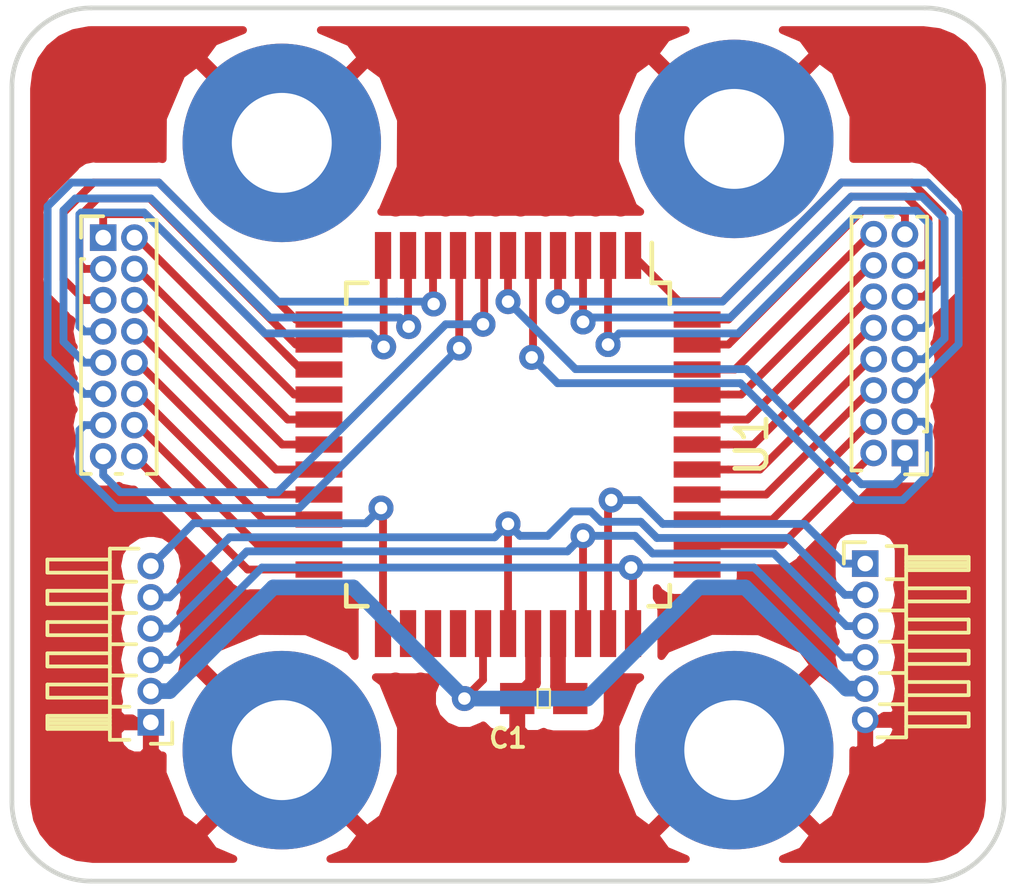
<source format=kicad_pcb>
(kicad_pcb (version 20171130) (host pcbnew "(5.0.1-3-g963ef8bb5)")

  (general
    (thickness 1.6)
    (drawings 8)
    (tracks 277)
    (zones 0)
    (modules 10)
    (nets 44)
  )

  (page A4)
  (layers
    (0 F.Cu signal)
    (31 B.Cu signal)
    (32 B.Adhes user)
    (33 F.Adhes user)
    (34 B.Paste user)
    (35 F.Paste user)
    (36 B.SilkS user)
    (37 F.SilkS user)
    (38 B.Mask user)
    (39 F.Mask user)
    (40 Dwgs.User user)
    (41 Cmts.User user)
    (42 Eco1.User user)
    (43 Eco2.User user)
    (44 Edge.Cuts user)
    (45 Margin user)
    (46 B.CrtYd user)
    (47 F.CrtYd user)
    (48 B.Fab user)
    (49 F.Fab user)
  )

  (setup
    (last_trace_width 0.25)
    (trace_clearance 0.2)
    (zone_clearance 0.508)
    (zone_45_only no)
    (trace_min 0.2)
    (segment_width 0.2)
    (edge_width 0.15)
    (via_size 0.8)
    (via_drill 0.4)
    (via_min_size 0.4)
    (via_min_drill 0.3)
    (uvia_size 0.3)
    (uvia_drill 0.1)
    (uvias_allowed no)
    (uvia_min_size 0.2)
    (uvia_min_drill 0.1)
    (pcb_text_width 0.3)
    (pcb_text_size 1.5 1.5)
    (mod_edge_width 0.15)
    (mod_text_size 1 1)
    (mod_text_width 0.15)
    (pad_size 6.35 6.35)
    (pad_drill 3.19786)
    (pad_to_mask_clearance 0.051)
    (solder_mask_min_width 0.25)
    (aux_axis_origin 0 0)
    (visible_elements FFFFFF7F)
    (pcbplotparams
      (layerselection 0x010fc_ffffffff)
      (usegerberextensions false)
      (usegerberattributes false)
      (usegerberadvancedattributes false)
      (creategerberjobfile false)
      (excludeedgelayer true)
      (linewidth 0.100000)
      (plotframeref false)
      (viasonmask false)
      (mode 1)
      (useauxorigin false)
      (hpglpennumber 1)
      (hpglpenspeed 20)
      (hpglpendiameter 15.000000)
      (psnegative false)
      (psa4output false)
      (plotreference true)
      (plotvalue true)
      (plotinvisibletext false)
      (padsonsilk false)
      (subtractmaskfromsilk false)
      (outputformat 1)
      (mirror false)
      (drillshape 1)
      (scaleselection 1)
      (outputdirectory ""))
  )

  (net 0 "")
  (net 1 "Net-(J4-Pad11)")
  (net 2 "Net-(J4-Pad12)")
  (net 3 "Net-(J4-Pad13)")
  (net 4 "Net-(J4-Pad14)")
  (net 5 "Net-(J4-Pad15)")
  (net 6 "Net-(J4-Pad16)")
  (net 7 "Net-(J1-Pad1)")
  (net 8 "Net-(J1-Pad2)")
  (net 9 "Net-(J1-Pad3)")
  (net 10 "Net-(J1-Pad4)")
  (net 11 "Net-(J1-Pad5)")
  (net 12 "Net-(J1-Pad6)")
  (net 13 "Net-(J1-Pad7)")
  (net 14 "Net-(J1-Pad8)")
  (net 15 "Net-(J1-Pad9)")
  (net 16 "Net-(J1-Pad10)")
  (net 17 "Net-(J1-Pad11)")
  (net 18 "Net-(J1-Pad12)")
  (net 19 "Net-(J1-Pad13)")
  (net 20 "Net-(J1-Pad14)")
  (net 21 "Net-(J1-Pad15)")
  (net 22 "Net-(J1-Pad16)")
  (net 23 /DO)
  (net 24 "Net-(U1-Pad24)")
  (net 25 "Net-(U1-Pad25)")
  (net 26 "Net-(U1-Pad26)")
  (net 27 +12V)
  (net 28 /CLK)
  (net 29 GND)
  (net 30 /~LE)
  (net 31 /DI)
  (net 32 /~BL)
  (net 33 "Net-(U1-Pad34)")
  (net 34 "Net-(J4-Pad1)")
  (net 35 "Net-(J4-Pad2)")
  (net 36 "Net-(J4-Pad3)")
  (net 37 "Net-(J4-Pad4)")
  (net 38 "Net-(J4-Pad5)")
  (net 39 "Net-(J4-Pad6)")
  (net 40 "Net-(J4-Pad7)")
  (net 41 "Net-(J4-Pad8)")
  (net 42 "Net-(J4-Pad9)")
  (net 43 "Net-(J4-Pad10)")

  (net_class Default "This is the default net class."
    (clearance 0.2)
    (trace_width 0.25)
    (via_dia 0.8)
    (via_drill 0.4)
    (uvia_dia 0.3)
    (uvia_drill 0.1)
    (add_net +12V)
    (add_net /CLK)
    (add_net /DI)
    (add_net /DO)
    (add_net /~BL)
    (add_net /~LE)
    (add_net GND)
    (add_net "Net-(J1-Pad1)")
    (add_net "Net-(J1-Pad10)")
    (add_net "Net-(J1-Pad11)")
    (add_net "Net-(J1-Pad12)")
    (add_net "Net-(J1-Pad13)")
    (add_net "Net-(J1-Pad14)")
    (add_net "Net-(J1-Pad15)")
    (add_net "Net-(J1-Pad16)")
    (add_net "Net-(J1-Pad2)")
    (add_net "Net-(J1-Pad3)")
    (add_net "Net-(J1-Pad4)")
    (add_net "Net-(J1-Pad5)")
    (add_net "Net-(J1-Pad6)")
    (add_net "Net-(J1-Pad7)")
    (add_net "Net-(J1-Pad8)")
    (add_net "Net-(J1-Pad9)")
    (add_net "Net-(J4-Pad1)")
    (add_net "Net-(J4-Pad10)")
    (add_net "Net-(J4-Pad11)")
    (add_net "Net-(J4-Pad12)")
    (add_net "Net-(J4-Pad13)")
    (add_net "Net-(J4-Pad14)")
    (add_net "Net-(J4-Pad15)")
    (add_net "Net-(J4-Pad16)")
    (add_net "Net-(J4-Pad2)")
    (add_net "Net-(J4-Pad3)")
    (add_net "Net-(J4-Pad4)")
    (add_net "Net-(J4-Pad5)")
    (add_net "Net-(J4-Pad6)")
    (add_net "Net-(J4-Pad7)")
    (add_net "Net-(J4-Pad8)")
    (add_net "Net-(J4-Pad9)")
    (add_net "Net-(U1-Pad24)")
    (add_net "Net-(U1-Pad25)")
    (add_net "Net-(U1-Pad26)")
    (add_net "Net-(U1-Pad34)")
  )

  (module Connector_PinHeader_1.00mm:PinHeader_2x08_P1.00mm_Vertical (layer F.Cu) (tedit 5CA98636) (tstamp 5CB9CEB1)
    (at 114.3 63.77 180)
    (descr "Through hole straight pin header, 2x08, 1.00mm pitch, double rows")
    (tags "Through hole pin header THT 2x08 1.00mm double row")
    (path /5CA9DCC3)
    (fp_text reference J4 (at 0.5 -1.56 180) (layer F.SilkS) hide
      (effects (font (size 1 1) (thickness 0.15)))
    )
    (fp_text value Conn_02x08_Odd_Even (at 0.5 8.56 180) (layer F.Fab) hide
      (effects (font (size 1 1) (thickness 0.15)))
    )
    (fp_text user %R (at 0.5 3.5 270) (layer F.Fab)
      (effects (font (size 1 1) (thickness 0.15)))
    )
    (fp_line (start 2.15 -1) (end -1.15 -1) (layer F.CrtYd) (width 0.05))
    (fp_line (start 2.15 8) (end 2.15 -1) (layer F.CrtYd) (width 0.05))
    (fp_line (start -1.15 8) (end 2.15 8) (layer F.CrtYd) (width 0.05))
    (fp_line (start -1.15 -1) (end -1.15 8) (layer F.CrtYd) (width 0.05))
    (fp_line (start -0.71 -0.685) (end 0 -0.685) (layer F.SilkS) (width 0.12))
    (fp_line (start -0.71 0) (end -0.71 -0.685) (layer F.SilkS) (width 0.12))
    (fp_line (start 1.394493 -0.56) (end 1.71 -0.56) (layer F.SilkS) (width 0.12))
    (fp_line (start -0.71 0.685) (end -0.608276 0.685) (layer F.SilkS) (width 0.12))
    (fp_line (start 1.71 -0.56) (end 1.71 7.56) (layer F.SilkS) (width 0.12))
    (fp_line (start -0.71 0.685) (end -0.71 7.56) (layer F.SilkS) (width 0.12))
    (fp_line (start 0.394493 7.56) (end 0.605507 7.56) (layer F.SilkS) (width 0.12))
    (fp_line (start 1.394493 7.56) (end 1.71 7.56) (layer F.SilkS) (width 0.12))
    (fp_line (start -0.71 7.56) (end -0.394493 7.56) (layer F.SilkS) (width 0.12))
    (fp_line (start -0.65 0.075) (end -0.075 -0.5) (layer F.Fab) (width 0.1))
    (fp_line (start -0.65 7.5) (end -0.65 0.075) (layer F.Fab) (width 0.1))
    (fp_line (start 1.65 7.5) (end -0.65 7.5) (layer F.Fab) (width 0.1))
    (fp_line (start 1.65 -0.5) (end 1.65 7.5) (layer F.Fab) (width 0.1))
    (fp_line (start -0.075 -0.5) (end 1.65 -0.5) (layer F.Fab) (width 0.1))
    (pad 16 thru_hole oval (at 1 7 180) (size 0.85 0.85) (drill 0.5) (layers *.Cu *.Mask)
      (net 6 "Net-(J4-Pad16)"))
    (pad 15 thru_hole oval (at 0 7 180) (size 0.85 0.85) (drill 0.5) (layers *.Cu *.Mask)
      (net 5 "Net-(J4-Pad15)"))
    (pad 14 thru_hole oval (at 1 6 180) (size 0.85 0.85) (drill 0.5) (layers *.Cu *.Mask)
      (net 4 "Net-(J4-Pad14)"))
    (pad 13 thru_hole oval (at 0 6 180) (size 0.85 0.85) (drill 0.5) (layers *.Cu *.Mask)
      (net 3 "Net-(J4-Pad13)"))
    (pad 12 thru_hole oval (at 1 5 180) (size 0.85 0.85) (drill 0.5) (layers *.Cu *.Mask)
      (net 2 "Net-(J4-Pad12)"))
    (pad 11 thru_hole oval (at 0 5 180) (size 0.85 0.85) (drill 0.5) (layers *.Cu *.Mask)
      (net 1 "Net-(J4-Pad11)"))
    (pad 10 thru_hole oval (at 1 4 180) (size 0.85 0.85) (drill 0.5) (layers *.Cu *.Mask)
      (net 43 "Net-(J4-Pad10)"))
    (pad 9 thru_hole oval (at 0 4 180) (size 0.85 0.85) (drill 0.5) (layers *.Cu *.Mask)
      (net 42 "Net-(J4-Pad9)"))
    (pad 8 thru_hole oval (at 1 3 180) (size 0.85 0.85) (drill 0.5) (layers *.Cu *.Mask)
      (net 41 "Net-(J4-Pad8)"))
    (pad 7 thru_hole oval (at 0 3 180) (size 0.85 0.85) (drill 0.5) (layers *.Cu *.Mask)
      (net 40 "Net-(J4-Pad7)"))
    (pad 6 thru_hole oval (at 1 2 180) (size 0.85 0.85) (drill 0.5) (layers *.Cu *.Mask)
      (net 39 "Net-(J4-Pad6)"))
    (pad 5 thru_hole oval (at 0 2 180) (size 0.85 0.85) (drill 0.5) (layers *.Cu *.Mask)
      (net 38 "Net-(J4-Pad5)"))
    (pad 4 thru_hole oval (at 1 1 180) (size 0.85 0.85) (drill 0.5) (layers *.Cu *.Mask)
      (net 37 "Net-(J4-Pad4)"))
    (pad 3 thru_hole oval (at 0 1 180) (size 0.85 0.85) (drill 0.5) (layers *.Cu *.Mask)
      (net 36 "Net-(J4-Pad3)"))
    (pad 2 thru_hole oval (at 1 0 180) (size 0.85 0.85) (drill 0.5) (layers *.Cu *.Mask)
      (net 35 "Net-(J4-Pad2)"))
    (pad 1 thru_hole rect (at 0 0 180) (size 0.85 0.85) (drill 0.5) (layers *.Cu *.Mask)
      (net 34 "Net-(J4-Pad1)"))
    (model ${KISYS3DMOD}/Connector_PinHeader_1.00mm.3dshapes/PinHeader_2x08_P1.00mm_Vertical.wrl
      (at (xyz 0 0 0))
      (scale (xyz 1 1 1))
      (rotate (xyz 0 0 0))
    )
  )

  (module Connector_PinHeader_1.00mm:PinHeader_1x06_P1.00mm_Horizontal (layer F.Cu) (tedit 5CA98639) (tstamp 5CB9B124)
    (at 113.03 67.31)
    (descr "Through hole angled pin header, 1x06, 1.00mm pitch, 2.0mm pin length, single row")
    (tags "Through hole angled pin header THT 1x06 1.00mm single row")
    (path /5CB6F9C3)
    (fp_text reference J3 (at 1.375 -1.5) (layer F.SilkS) hide
      (effects (font (size 1 1) (thickness 0.15)))
    )
    (fp_text value Conn_01x06 (at 1.375 6.5) (layer F.Fab) hide
      (effects (font (size 1 1) (thickness 0.15)))
    )
    (fp_text user %R (at 0.75 2.5 90) (layer F.Fab)
      (effects (font (size 0.6 0.6) (thickness 0.09)))
    )
    (fp_line (start 3.75 -1) (end -1 -1) (layer F.CrtYd) (width 0.05))
    (fp_line (start 3.75 6) (end 3.75 -1) (layer F.CrtYd) (width 0.05))
    (fp_line (start -1 6) (end 3.75 6) (layer F.CrtYd) (width 0.05))
    (fp_line (start -1 -1) (end -1 6) (layer F.CrtYd) (width 0.05))
    (fp_line (start -0.685 -0.685) (end 0 -0.685) (layer F.SilkS) (width 0.12))
    (fp_line (start -0.685 0) (end -0.685 -0.685) (layer F.SilkS) (width 0.12))
    (fp_line (start 3.31 5.21) (end 1.31 5.21) (layer F.SilkS) (width 0.12))
    (fp_line (start 3.31 4.79) (end 3.31 5.21) (layer F.SilkS) (width 0.12))
    (fp_line (start 1.31 4.79) (end 3.31 4.79) (layer F.SilkS) (width 0.12))
    (fp_line (start 0.468215 4.5) (end 1.31 4.5) (layer F.SilkS) (width 0.12))
    (fp_line (start 3.31 4.21) (end 1.31 4.21) (layer F.SilkS) (width 0.12))
    (fp_line (start 3.31 3.79) (end 3.31 4.21) (layer F.SilkS) (width 0.12))
    (fp_line (start 1.31 3.79) (end 3.31 3.79) (layer F.SilkS) (width 0.12))
    (fp_line (start 0.468215 3.5) (end 1.31 3.5) (layer F.SilkS) (width 0.12))
    (fp_line (start 3.31 3.21) (end 1.31 3.21) (layer F.SilkS) (width 0.12))
    (fp_line (start 3.31 2.79) (end 3.31 3.21) (layer F.SilkS) (width 0.12))
    (fp_line (start 1.31 2.79) (end 3.31 2.79) (layer F.SilkS) (width 0.12))
    (fp_line (start 0.468215 2.5) (end 1.31 2.5) (layer F.SilkS) (width 0.12))
    (fp_line (start 3.31 2.21) (end 1.31 2.21) (layer F.SilkS) (width 0.12))
    (fp_line (start 3.31 1.79) (end 3.31 2.21) (layer F.SilkS) (width 0.12))
    (fp_line (start 1.31 1.79) (end 3.31 1.79) (layer F.SilkS) (width 0.12))
    (fp_line (start 0.468215 1.5) (end 1.31 1.5) (layer F.SilkS) (width 0.12))
    (fp_line (start 3.31 1.21) (end 1.31 1.21) (layer F.SilkS) (width 0.12))
    (fp_line (start 3.31 0.79) (end 3.31 1.21) (layer F.SilkS) (width 0.12))
    (fp_line (start 1.31 0.79) (end 3.31 0.79) (layer F.SilkS) (width 0.12))
    (fp_line (start 0.685 0.5) (end 1.31 0.5) (layer F.SilkS) (width 0.12))
    (fp_line (start 1.31 0.09) (end 3.31 0.09) (layer F.SilkS) (width 0.12))
    (fp_line (start 1.31 -0.03) (end 3.31 -0.03) (layer F.SilkS) (width 0.12))
    (fp_line (start 1.31 -0.15) (end 3.31 -0.15) (layer F.SilkS) (width 0.12))
    (fp_line (start 3.31 0.21) (end 1.31 0.21) (layer F.SilkS) (width 0.12))
    (fp_line (start 3.31 -0.21) (end 3.31 0.21) (layer F.SilkS) (width 0.12))
    (fp_line (start 1.31 -0.21) (end 3.31 -0.21) (layer F.SilkS) (width 0.12))
    (fp_line (start 1.31 5.56) (end 0.394493 5.56) (layer F.SilkS) (width 0.12))
    (fp_line (start 1.31 -0.56) (end 1.31 5.56) (layer F.SilkS) (width 0.12))
    (fp_line (start 0.685 -0.56) (end 1.31 -0.56) (layer F.SilkS) (width 0.12))
    (fp_line (start 1.25 5.15) (end 3.25 5.15) (layer F.Fab) (width 0.1))
    (fp_line (start 3.25 4.85) (end 3.25 5.15) (layer F.Fab) (width 0.1))
    (fp_line (start 1.25 4.85) (end 3.25 4.85) (layer F.Fab) (width 0.1))
    (fp_line (start -0.15 5.15) (end 0.25 5.15) (layer F.Fab) (width 0.1))
    (fp_line (start -0.15 4.85) (end -0.15 5.15) (layer F.Fab) (width 0.1))
    (fp_line (start -0.15 4.85) (end 0.25 4.85) (layer F.Fab) (width 0.1))
    (fp_line (start 1.25 4.15) (end 3.25 4.15) (layer F.Fab) (width 0.1))
    (fp_line (start 3.25 3.85) (end 3.25 4.15) (layer F.Fab) (width 0.1))
    (fp_line (start 1.25 3.85) (end 3.25 3.85) (layer F.Fab) (width 0.1))
    (fp_line (start -0.15 4.15) (end 0.25 4.15) (layer F.Fab) (width 0.1))
    (fp_line (start -0.15 3.85) (end -0.15 4.15) (layer F.Fab) (width 0.1))
    (fp_line (start -0.15 3.85) (end 0.25 3.85) (layer F.Fab) (width 0.1))
    (fp_line (start 1.25 3.15) (end 3.25 3.15) (layer F.Fab) (width 0.1))
    (fp_line (start 3.25 2.85) (end 3.25 3.15) (layer F.Fab) (width 0.1))
    (fp_line (start 1.25 2.85) (end 3.25 2.85) (layer F.Fab) (width 0.1))
    (fp_line (start -0.15 3.15) (end 0.25 3.15) (layer F.Fab) (width 0.1))
    (fp_line (start -0.15 2.85) (end -0.15 3.15) (layer F.Fab) (width 0.1))
    (fp_line (start -0.15 2.85) (end 0.25 2.85) (layer F.Fab) (width 0.1))
    (fp_line (start 1.25 2.15) (end 3.25 2.15) (layer F.Fab) (width 0.1))
    (fp_line (start 3.25 1.85) (end 3.25 2.15) (layer F.Fab) (width 0.1))
    (fp_line (start 1.25 1.85) (end 3.25 1.85) (layer F.Fab) (width 0.1))
    (fp_line (start -0.15 2.15) (end 0.25 2.15) (layer F.Fab) (width 0.1))
    (fp_line (start -0.15 1.85) (end -0.15 2.15) (layer F.Fab) (width 0.1))
    (fp_line (start -0.15 1.85) (end 0.25 1.85) (layer F.Fab) (width 0.1))
    (fp_line (start 1.25 1.15) (end 3.25 1.15) (layer F.Fab) (width 0.1))
    (fp_line (start 3.25 0.85) (end 3.25 1.15) (layer F.Fab) (width 0.1))
    (fp_line (start 1.25 0.85) (end 3.25 0.85) (layer F.Fab) (width 0.1))
    (fp_line (start -0.15 1.15) (end 0.25 1.15) (layer F.Fab) (width 0.1))
    (fp_line (start -0.15 0.85) (end -0.15 1.15) (layer F.Fab) (width 0.1))
    (fp_line (start -0.15 0.85) (end 0.25 0.85) (layer F.Fab) (width 0.1))
    (fp_line (start 1.25 0.15) (end 3.25 0.15) (layer F.Fab) (width 0.1))
    (fp_line (start 3.25 -0.15) (end 3.25 0.15) (layer F.Fab) (width 0.1))
    (fp_line (start 1.25 -0.15) (end 3.25 -0.15) (layer F.Fab) (width 0.1))
    (fp_line (start -0.15 0.15) (end 0.25 0.15) (layer F.Fab) (width 0.1))
    (fp_line (start -0.15 -0.15) (end -0.15 0.15) (layer F.Fab) (width 0.1))
    (fp_line (start -0.15 -0.15) (end 0.25 -0.15) (layer F.Fab) (width 0.1))
    (fp_line (start 0.25 -0.25) (end 0.5 -0.5) (layer F.Fab) (width 0.1))
    (fp_line (start 0.25 5.5) (end 0.25 -0.25) (layer F.Fab) (width 0.1))
    (fp_line (start 1.25 5.5) (end 0.25 5.5) (layer F.Fab) (width 0.1))
    (fp_line (start 1.25 -0.5) (end 1.25 5.5) (layer F.Fab) (width 0.1))
    (fp_line (start 0.5 -0.5) (end 1.25 -0.5) (layer F.Fab) (width 0.1))
    (pad 6 thru_hole oval (at 0 5) (size 0.85 0.85) (drill 0.5) (layers *.Cu *.Mask)
      (net 29 GND))
    (pad 5 thru_hole oval (at 0 4) (size 0.85 0.85) (drill 0.5) (layers *.Cu *.Mask)
      (net 27 +12V))
    (pad 4 thru_hole oval (at 0 3) (size 0.85 0.85) (drill 0.5) (layers *.Cu *.Mask)
      (net 32 /~BL))
    (pad 3 thru_hole oval (at 0 2) (size 0.85 0.85) (drill 0.5) (layers *.Cu *.Mask)
      (net 30 /~LE))
    (pad 2 thru_hole oval (at 0 1) (size 0.85 0.85) (drill 0.5) (layers *.Cu *.Mask)
      (net 28 /CLK))
    (pad 1 thru_hole rect (at 0 0) (size 0.85 0.85) (drill 0.5) (layers *.Cu *.Mask)
      (net 31 /DI))
    (model ${KISYS3DMOD}/Connector_PinHeader_1.00mm.3dshapes/PinHeader_1x06_P1.00mm_Horizontal.wrl
      (at (xyz 0 0 0))
      (scale (xyz 1 1 1))
      (rotate (xyz 0 0 0))
    )
  )

  (module Connector_PinHeader_1.00mm:PinHeader_1x06_P1.00mm_Horizontal (layer F.Cu) (tedit 5CA9862A) (tstamp 5CB9B0CD)
    (at 90.17 72.39 180)
    (descr "Through hole angled pin header, 1x06, 1.00mm pitch, 2.0mm pin length, single row")
    (tags "Through hole angled pin header THT 1x06 1.00mm single row")
    (path /5CB6FBB6)
    (fp_text reference J2 (at 1.375 -2.54 180) (layer F.SilkS) hide
      (effects (font (size 1 1) (thickness 0.15)))
    )
    (fp_text value Conn_01x06 (at 1.375 6.5 180) (layer F.Fab) hide
      (effects (font (size 1 1) (thickness 0.15)))
    )
    (fp_line (start 0.5 -0.5) (end 1.25 -0.5) (layer F.Fab) (width 0.1))
    (fp_line (start 1.25 -0.5) (end 1.25 5.5) (layer F.Fab) (width 0.1))
    (fp_line (start 1.25 5.5) (end 0.25 5.5) (layer F.Fab) (width 0.1))
    (fp_line (start 0.25 5.5) (end 0.25 -0.25) (layer F.Fab) (width 0.1))
    (fp_line (start 0.25 -0.25) (end 0.5 -0.5) (layer F.Fab) (width 0.1))
    (fp_line (start -0.15 -0.15) (end 0.25 -0.15) (layer F.Fab) (width 0.1))
    (fp_line (start -0.15 -0.15) (end -0.15 0.15) (layer F.Fab) (width 0.1))
    (fp_line (start -0.15 0.15) (end 0.25 0.15) (layer F.Fab) (width 0.1))
    (fp_line (start 1.25 -0.15) (end 3.25 -0.15) (layer F.Fab) (width 0.1))
    (fp_line (start 3.25 -0.15) (end 3.25 0.15) (layer F.Fab) (width 0.1))
    (fp_line (start 1.25 0.15) (end 3.25 0.15) (layer F.Fab) (width 0.1))
    (fp_line (start -0.15 0.85) (end 0.25 0.85) (layer F.Fab) (width 0.1))
    (fp_line (start -0.15 0.85) (end -0.15 1.15) (layer F.Fab) (width 0.1))
    (fp_line (start -0.15 1.15) (end 0.25 1.15) (layer F.Fab) (width 0.1))
    (fp_line (start 1.25 0.85) (end 3.25 0.85) (layer F.Fab) (width 0.1))
    (fp_line (start 3.25 0.85) (end 3.25 1.15) (layer F.Fab) (width 0.1))
    (fp_line (start 1.25 1.15) (end 3.25 1.15) (layer F.Fab) (width 0.1))
    (fp_line (start -0.15 1.85) (end 0.25 1.85) (layer F.Fab) (width 0.1))
    (fp_line (start -0.15 1.85) (end -0.15 2.15) (layer F.Fab) (width 0.1))
    (fp_line (start -0.15 2.15) (end 0.25 2.15) (layer F.Fab) (width 0.1))
    (fp_line (start 1.25 1.85) (end 3.25 1.85) (layer F.Fab) (width 0.1))
    (fp_line (start 3.25 1.85) (end 3.25 2.15) (layer F.Fab) (width 0.1))
    (fp_line (start 1.25 2.15) (end 3.25 2.15) (layer F.Fab) (width 0.1))
    (fp_line (start -0.15 2.85) (end 0.25 2.85) (layer F.Fab) (width 0.1))
    (fp_line (start -0.15 2.85) (end -0.15 3.15) (layer F.Fab) (width 0.1))
    (fp_line (start -0.15 3.15) (end 0.25 3.15) (layer F.Fab) (width 0.1))
    (fp_line (start 1.25 2.85) (end 3.25 2.85) (layer F.Fab) (width 0.1))
    (fp_line (start 3.25 2.85) (end 3.25 3.15) (layer F.Fab) (width 0.1))
    (fp_line (start 1.25 3.15) (end 3.25 3.15) (layer F.Fab) (width 0.1))
    (fp_line (start -0.15 3.85) (end 0.25 3.85) (layer F.Fab) (width 0.1))
    (fp_line (start -0.15 3.85) (end -0.15 4.15) (layer F.Fab) (width 0.1))
    (fp_line (start -0.15 4.15) (end 0.25 4.15) (layer F.Fab) (width 0.1))
    (fp_line (start 1.25 3.85) (end 3.25 3.85) (layer F.Fab) (width 0.1))
    (fp_line (start 3.25 3.85) (end 3.25 4.15) (layer F.Fab) (width 0.1))
    (fp_line (start 1.25 4.15) (end 3.25 4.15) (layer F.Fab) (width 0.1))
    (fp_line (start -0.15 4.85) (end 0.25 4.85) (layer F.Fab) (width 0.1))
    (fp_line (start -0.15 4.85) (end -0.15 5.15) (layer F.Fab) (width 0.1))
    (fp_line (start -0.15 5.15) (end 0.25 5.15) (layer F.Fab) (width 0.1))
    (fp_line (start 1.25 4.85) (end 3.25 4.85) (layer F.Fab) (width 0.1))
    (fp_line (start 3.25 4.85) (end 3.25 5.15) (layer F.Fab) (width 0.1))
    (fp_line (start 1.25 5.15) (end 3.25 5.15) (layer F.Fab) (width 0.1))
    (fp_line (start 0.685 -0.56) (end 1.31 -0.56) (layer F.SilkS) (width 0.12))
    (fp_line (start 1.31 -0.56) (end 1.31 5.56) (layer F.SilkS) (width 0.12))
    (fp_line (start 1.31 5.56) (end 0.394493 5.56) (layer F.SilkS) (width 0.12))
    (fp_line (start 1.31 -0.21) (end 3.31 -0.21) (layer F.SilkS) (width 0.12))
    (fp_line (start 3.31 -0.21) (end 3.31 0.21) (layer F.SilkS) (width 0.12))
    (fp_line (start 3.31 0.21) (end 1.31 0.21) (layer F.SilkS) (width 0.12))
    (fp_line (start 1.31 -0.15) (end 3.31 -0.15) (layer F.SilkS) (width 0.12))
    (fp_line (start 1.31 -0.03) (end 3.31 -0.03) (layer F.SilkS) (width 0.12))
    (fp_line (start 1.31 0.09) (end 3.31 0.09) (layer F.SilkS) (width 0.12))
    (fp_line (start 0.685 0.5) (end 1.31 0.5) (layer F.SilkS) (width 0.12))
    (fp_line (start 1.31 0.79) (end 3.31 0.79) (layer F.SilkS) (width 0.12))
    (fp_line (start 3.31 0.79) (end 3.31 1.21) (layer F.SilkS) (width 0.12))
    (fp_line (start 3.31 1.21) (end 1.31 1.21) (layer F.SilkS) (width 0.12))
    (fp_line (start 0.468215 1.5) (end 1.31 1.5) (layer F.SilkS) (width 0.12))
    (fp_line (start 1.31 1.79) (end 3.31 1.79) (layer F.SilkS) (width 0.12))
    (fp_line (start 3.31 1.79) (end 3.31 2.21) (layer F.SilkS) (width 0.12))
    (fp_line (start 3.31 2.21) (end 1.31 2.21) (layer F.SilkS) (width 0.12))
    (fp_line (start 0.468215 2.5) (end 1.31 2.5) (layer F.SilkS) (width 0.12))
    (fp_line (start 1.31 2.79) (end 3.31 2.79) (layer F.SilkS) (width 0.12))
    (fp_line (start 3.31 2.79) (end 3.31 3.21) (layer F.SilkS) (width 0.12))
    (fp_line (start 3.31 3.21) (end 1.31 3.21) (layer F.SilkS) (width 0.12))
    (fp_line (start 0.468215 3.5) (end 1.31 3.5) (layer F.SilkS) (width 0.12))
    (fp_line (start 1.31 3.79) (end 3.31 3.79) (layer F.SilkS) (width 0.12))
    (fp_line (start 3.31 3.79) (end 3.31 4.21) (layer F.SilkS) (width 0.12))
    (fp_line (start 3.31 4.21) (end 1.31 4.21) (layer F.SilkS) (width 0.12))
    (fp_line (start 0.468215 4.5) (end 1.31 4.5) (layer F.SilkS) (width 0.12))
    (fp_line (start 1.31 4.79) (end 3.31 4.79) (layer F.SilkS) (width 0.12))
    (fp_line (start 3.31 4.79) (end 3.31 5.21) (layer F.SilkS) (width 0.12))
    (fp_line (start 3.31 5.21) (end 1.31 5.21) (layer F.SilkS) (width 0.12))
    (fp_line (start -0.685 0) (end -0.685 -0.685) (layer F.SilkS) (width 0.12))
    (fp_line (start -0.685 -0.685) (end 0 -0.685) (layer F.SilkS) (width 0.12))
    (fp_line (start -1 -1) (end -1 6) (layer F.CrtYd) (width 0.05))
    (fp_line (start -1 6) (end 3.75 6) (layer F.CrtYd) (width 0.05))
    (fp_line (start 3.75 6) (end 3.75 -1) (layer F.CrtYd) (width 0.05))
    (fp_line (start 3.75 -1) (end -1 -1) (layer F.CrtYd) (width 0.05))
    (fp_text user %R (at 0.75 2.5 270) (layer F.Fab)
      (effects (font (size 0.6 0.6) (thickness 0.09)))
    )
    (pad 1 thru_hole rect (at 0 0 180) (size 0.85 0.85) (drill 0.5) (layers *.Cu *.Mask)
      (net 29 GND))
    (pad 2 thru_hole oval (at 0 1 180) (size 0.85 0.85) (drill 0.5) (layers *.Cu *.Mask)
      (net 27 +12V))
    (pad 3 thru_hole oval (at 0 2 180) (size 0.85 0.85) (drill 0.5) (layers *.Cu *.Mask)
      (net 32 /~BL))
    (pad 4 thru_hole oval (at 0 3 180) (size 0.85 0.85) (drill 0.5) (layers *.Cu *.Mask)
      (net 30 /~LE))
    (pad 5 thru_hole oval (at 0 4 180) (size 0.85 0.85) (drill 0.5) (layers *.Cu *.Mask)
      (net 28 /CLK))
    (pad 6 thru_hole oval (at 0 5 180) (size 0.85 0.85) (drill 0.5) (layers *.Cu *.Mask)
      (net 23 /DO))
    (model ${KISYS3DMOD}/Connector_PinHeader_1.00mm.3dshapes/PinHeader_1x06_P1.00mm_Horizontal.wrl
      (at (xyz 0 0 0))
      (scale (xyz 1 1 1))
      (rotate (xyz 0 0 0))
    )
  )

  (module Connector_PinHeader_1.00mm:PinHeader_2x08_P1.00mm_Vertical (layer F.Cu) (tedit 5CA98658) (tstamp 5CB9CE8B)
    (at 88.646 56.88)
    (descr "Through hole straight pin header, 2x08, 1.00mm pitch, double rows")
    (tags "Through hole pin header THT 2x08 1.00mm double row")
    (path /5CAA8804)
    (fp_text reference J1 (at 0.5 -1.56) (layer F.SilkS) hide
      (effects (font (size 1 1) (thickness 0.15)))
    )
    (fp_text value Conn_02x08_Odd_Even (at 0.5 8.56) (layer F.Fab) hide
      (effects (font (size 1 1) (thickness 0.15)))
    )
    (fp_line (start -0.075 -0.5) (end 1.65 -0.5) (layer F.Fab) (width 0.1))
    (fp_line (start 1.65 -0.5) (end 1.65 7.5) (layer F.Fab) (width 0.1))
    (fp_line (start 1.65 7.5) (end -0.65 7.5) (layer F.Fab) (width 0.1))
    (fp_line (start -0.65 7.5) (end -0.65 0.075) (layer F.Fab) (width 0.1))
    (fp_line (start -0.65 0.075) (end -0.075 -0.5) (layer F.Fab) (width 0.1))
    (fp_line (start -0.71 7.56) (end -0.394493 7.56) (layer F.SilkS) (width 0.12))
    (fp_line (start 1.394493 7.56) (end 1.71 7.56) (layer F.SilkS) (width 0.12))
    (fp_line (start 0.394493 7.56) (end 0.605507 7.56) (layer F.SilkS) (width 0.12))
    (fp_line (start -0.71 0.685) (end -0.71 7.56) (layer F.SilkS) (width 0.12))
    (fp_line (start 1.71 -0.56) (end 1.71 7.56) (layer F.SilkS) (width 0.12))
    (fp_line (start -0.71 0.685) (end -0.608276 0.685) (layer F.SilkS) (width 0.12))
    (fp_line (start 1.394493 -0.56) (end 1.71 -0.56) (layer F.SilkS) (width 0.12))
    (fp_line (start -0.71 0) (end -0.71 -0.685) (layer F.SilkS) (width 0.12))
    (fp_line (start -0.71 -0.685) (end 0 -0.685) (layer F.SilkS) (width 0.12))
    (fp_line (start -1.15 -1) (end -1.15 8) (layer F.CrtYd) (width 0.05))
    (fp_line (start -1.15 8) (end 2.15 8) (layer F.CrtYd) (width 0.05))
    (fp_line (start 2.15 8) (end 2.15 -1) (layer F.CrtYd) (width 0.05))
    (fp_line (start 2.15 -1) (end -1.15 -1) (layer F.CrtYd) (width 0.05))
    (fp_text user %R (at 0.5 3.5 90) (layer F.Fab)
      (effects (font (size 1 1) (thickness 0.15)))
    )
    (pad 1 thru_hole rect (at 0 0) (size 0.85 0.85) (drill 0.5) (layers *.Cu *.Mask)
      (net 7 "Net-(J1-Pad1)"))
    (pad 2 thru_hole oval (at 1 0) (size 0.85 0.85) (drill 0.5) (layers *.Cu *.Mask)
      (net 8 "Net-(J1-Pad2)"))
    (pad 3 thru_hole oval (at 0 1) (size 0.85 0.85) (drill 0.5) (layers *.Cu *.Mask)
      (net 9 "Net-(J1-Pad3)"))
    (pad 4 thru_hole oval (at 1 1) (size 0.85 0.85) (drill 0.5) (layers *.Cu *.Mask)
      (net 10 "Net-(J1-Pad4)"))
    (pad 5 thru_hole oval (at 0 2) (size 0.85 0.85) (drill 0.5) (layers *.Cu *.Mask)
      (net 11 "Net-(J1-Pad5)"))
    (pad 6 thru_hole oval (at 1 2) (size 0.85 0.85) (drill 0.5) (layers *.Cu *.Mask)
      (net 12 "Net-(J1-Pad6)"))
    (pad 7 thru_hole oval (at 0 3) (size 0.85 0.85) (drill 0.5) (layers *.Cu *.Mask)
      (net 13 "Net-(J1-Pad7)"))
    (pad 8 thru_hole oval (at 1 3) (size 0.85 0.85) (drill 0.5) (layers *.Cu *.Mask)
      (net 14 "Net-(J1-Pad8)"))
    (pad 9 thru_hole oval (at 0 4) (size 0.85 0.85) (drill 0.5) (layers *.Cu *.Mask)
      (net 15 "Net-(J1-Pad9)"))
    (pad 10 thru_hole oval (at 1 4) (size 0.85 0.85) (drill 0.5) (layers *.Cu *.Mask)
      (net 16 "Net-(J1-Pad10)"))
    (pad 11 thru_hole oval (at 0 5) (size 0.85 0.85) (drill 0.5) (layers *.Cu *.Mask)
      (net 17 "Net-(J1-Pad11)"))
    (pad 12 thru_hole oval (at 1 5) (size 0.85 0.85) (drill 0.5) (layers *.Cu *.Mask)
      (net 18 "Net-(J1-Pad12)"))
    (pad 13 thru_hole oval (at 0 6) (size 0.85 0.85) (drill 0.5) (layers *.Cu *.Mask)
      (net 19 "Net-(J1-Pad13)"))
    (pad 14 thru_hole oval (at 1 6) (size 0.85 0.85) (drill 0.5) (layers *.Cu *.Mask)
      (net 20 "Net-(J1-Pad14)"))
    (pad 15 thru_hole oval (at 0 7) (size 0.85 0.85) (drill 0.5) (layers *.Cu *.Mask)
      (net 21 "Net-(J1-Pad15)"))
    (pad 16 thru_hole oval (at 1 7) (size 0.85 0.85) (drill 0.5) (layers *.Cu *.Mask)
      (net 22 "Net-(J1-Pad16)"))
    (model ${KISYS3DMOD}/Connector_PinHeader_1.00mm.3dshapes/PinHeader_2x08_P1.00mm_Vertical.wrl
      (at (xyz 0 0 0))
      (scale (xyz 1 1 1))
      (rotate (xyz 0 0 0))
    )
  )

  (module STANDOFF-ELECTRICAL (layer F.Cu) (tedit 5CA989A9) (tstamp 5CBA0C62)
    (at 94.361 73.279)
    (descr "STANDOFF (#4 SCREW) - W/ ELECTRICAL CONNECTION")
    (tags "STANDOFF (#4 SCREW) - W/ ELECTRICAL CONNECTION")
    (path /5CAC6191)
    (attr virtual)
    (fp_text reference H4 (at 0 -3.81) (layer F.SilkS) hide
      (effects (font (size 0.6096 0.6096) (thickness 0.127)))
    )
    (fp_text value STANDOFF_ELECTRICAL (at 0 3.81) (layer F.SilkS) hide
      (effects (font (size 0.6096 0.6096) (thickness 0.127)))
    )
    (pad P1 thru_hole circle (at 0 0) (size 6.35 6.35) (drill 3.19786) (layers *.Cu *.Mask)
      (net 29 GND) (solder_mask_margin 0.1016))
  )

  (module STANDOFF-ELECTRICAL (layer F.Cu) (tedit 5CA989F8) (tstamp 5CBA0CBD)
    (at 108.839 53.721)
    (descr "STANDOFF (#4 SCREW) - W/ ELECTRICAL CONNECTION")
    (tags "STANDOFF (#4 SCREW) - W/ ELECTRICAL CONNECTION")
    (path /5CAC6189)
    (attr virtual)
    (fp_text reference H3 (at 0 -3.81) (layer F.SilkS) hide
      (effects (font (size 0.6096 0.6096) (thickness 0.127)))
    )
    (fp_text value STANDOFF_ELECTRICAL (at 0 3.81) (layer F.SilkS) hide
      (effects (font (size 0.6096 0.6096) (thickness 0.127)))
    )
    (pad P1 thru_hole circle (at 0 0) (size 6.35 6.35) (drill 3.19786) (layers *.Cu *.Mask)
      (net 29 GND) (solder_mask_margin 0.1016))
  )

  (module STANDOFF-ELECTRICAL (layer F.Cu) (tedit 5CA98A02) (tstamp 5CBA0C58)
    (at 108.839 73.279)
    (descr "STANDOFF (#4 SCREW) - W/ ELECTRICAL CONNECTION")
    (tags "STANDOFF (#4 SCREW) - W/ ELECTRICAL CONNECTION")
    (path /5CAC0DCF)
    (attr virtual)
    (fp_text reference H2 (at 0 -3.81) (layer F.SilkS) hide
      (effects (font (size 0.6096 0.6096) (thickness 0.127)))
    )
    (fp_text value STANDOFF_ELECTRICAL (at 0 3.81) (layer F.SilkS) hide
      (effects (font (size 0.6096 0.6096) (thickness 0.127)))
    )
    (pad P1 thru_hole circle (at 0 0) (size 6.35 6.35) (drill 3.19786) (layers *.Cu *.Mask)
      (net 29 GND) (solder_mask_margin 0.1016))
  )

  (module STANDOFF-ELECTRICAL (layer F.Cu) (tedit 5CA989E6) (tstamp 5CBA0C53)
    (at 94.361 53.848)
    (descr "STANDOFF (#4 SCREW) - W/ ELECTRICAL CONNECTION")
    (tags "STANDOFF (#4 SCREW) - W/ ELECTRICAL CONNECTION")
    (path /5CAC0A6D)
    (attr virtual)
    (fp_text reference H1 (at 0 -3.81) (layer F.SilkS) hide
      (effects (font (size 0.6096 0.6096) (thickness 0.127)))
    )
    (fp_text value STANDOFF_ELECTRICAL (at 0 3.81) (layer F.SilkS) hide
      (effects (font (size 0.6096 0.6096) (thickness 0.127)))
    )
    (pad P1 thru_hole circle (at 0 0) (size 6.35 6.35) (drill 3.19786) (layers *.Cu *.Mask)
      (net 29 GND) (solder_mask_margin 0.1016))
  )

  (module 0603 (layer F.Cu) (tedit 5CA96CE8) (tstamp 5CB9B13C)
    (at 102.743 71.628 180)
    (descr "GENERIC 1608 (0603) PACKAGE")
    (tags "GENERIC 1608 (0603) PACKAGE")
    (path /5CAF5F4B)
    (attr smd)
    (fp_text reference C1 (at 1.143 -1.27 180) (layer F.SilkS)
      (effects (font (size 0.6096 0.6096) (thickness 0.127)))
    )
    (fp_text value 0.1UF-0603-100V-10% (at 0 1.27 180) (layer F.SilkS) hide
      (effects (font (size 0.6096 0.6096) (thickness 0.127)))
    )
    (fp_line (start -0.8382 0.4699) (end -0.33782 0.4699) (layer Dwgs.User) (width 0.06604))
    (fp_line (start -0.33782 0.4699) (end -0.33782 -0.48006) (layer Dwgs.User) (width 0.06604))
    (fp_line (start -0.8382 -0.48006) (end -0.33782 -0.48006) (layer Dwgs.User) (width 0.06604))
    (fp_line (start -0.8382 0.4699) (end -0.8382 -0.48006) (layer Dwgs.User) (width 0.06604))
    (fp_line (start 0.3302 0.4699) (end 0.82804 0.4699) (layer Dwgs.User) (width 0.06604))
    (fp_line (start 0.82804 0.4699) (end 0.82804 -0.48006) (layer Dwgs.User) (width 0.06604))
    (fp_line (start 0.3302 -0.48006) (end 0.82804 -0.48006) (layer Dwgs.User) (width 0.06604))
    (fp_line (start 0.3302 0.4699) (end 0.3302 -0.48006) (layer Dwgs.User) (width 0.06604))
    (fp_line (start -0.19812 0.29972) (end 0.19812 0.29972) (layer F.SilkS) (width 0.06604))
    (fp_line (start 0.19812 0.29972) (end 0.19812 -0.29972) (layer F.SilkS) (width 0.06604))
    (fp_line (start -0.19812 -0.29972) (end 0.19812 -0.29972) (layer F.SilkS) (width 0.06604))
    (fp_line (start -0.19812 0.29972) (end -0.19812 -0.29972) (layer F.SilkS) (width 0.06604))
    (fp_line (start -1.59766 -0.6985) (end 1.59766 -0.6985) (layer F.CrtYd) (width 0.0508))
    (fp_line (start 1.59766 -0.6985) (end 1.59766 0.6985) (layer F.CrtYd) (width 0.0508))
    (fp_line (start 1.59766 0.6985) (end -1.59766 0.6985) (layer F.CrtYd) (width 0.0508))
    (fp_line (start -1.59766 0.6985) (end -1.59766 -0.6985) (layer F.CrtYd) (width 0.0508))
    (fp_line (start -0.3556 -0.4318) (end 0.3556 -0.4318) (layer Dwgs.User) (width 0.1016))
    (fp_line (start -0.3556 0.41656) (end 0.3556 0.41656) (layer Dwgs.User) (width 0.1016))
    (pad 1 smd rect (at -0.84836 0 180) (size 1.09982 0.99822) (layers F.Cu F.Paste F.Mask)
      (net 27 +12V) (solder_mask_margin 0.1016))
    (pad 2 smd rect (at 0.84836 0 180) (size 1.09982 0.99822) (layers F.Cu F.Paste F.Mask)
      (net 29 GND) (solder_mask_margin 0.1016))
  )

  (module Package_QFP:PQFP-44_10x10mm_P0.8mm (layer F.Cu) (tedit 5CA9864F) (tstamp 5CB9AF6A)
    (at 101.6 63.5 270)
    (descr "44-Lead Plastic Quad Flatpack - 10x10x2.5mm Body (http://www.onsemi.com/pub/Collateral/122BK.PDF)")
    (tags "PQFP 0.8")
    (path /5CA9335F)
    (attr smd)
    (fp_text reference U1 (at 0 -7.8 270) (layer F.SilkS)
      (effects (font (size 1 1) (thickness 0.15)))
    )
    (fp_text value HV5530PG-G-44PQF (at 0 7.8 270) (layer F.Fab) hide
      (effects (font (size 1 1) (thickness 0.15)))
    )
    (fp_text user %R (at -0.381 0) (layer F.SilkS) hide
      (effects (font (size 1 1) (thickness 0.15)))
    )
    (fp_line (start -4 -5) (end 5 -5) (layer F.Fab) (width 0.15))
    (fp_line (start 5 -5) (end 5 5) (layer F.Fab) (width 0.15))
    (fp_line (start 5 5) (end -5 5) (layer F.Fab) (width 0.15))
    (fp_line (start -5 5) (end -5 -4) (layer F.Fab) (width 0.15))
    (fp_line (start -5 -4) (end -4 -5) (layer F.Fab) (width 0.15))
    (fp_line (start -7.05 -7.05) (end -7.05 7.05) (layer F.CrtYd) (width 0.05))
    (fp_line (start 7.05 -7.05) (end 7.05 7.05) (layer F.CrtYd) (width 0.05))
    (fp_line (start -7.05 -7.05) (end 7.05 -7.05) (layer F.CrtYd) (width 0.05))
    (fp_line (start -7.05 7.05) (end 7.05 7.05) (layer F.CrtYd) (width 0.05))
    (fp_line (start -5.175 -5.175) (end -5.175 -4.6) (layer F.SilkS) (width 0.15))
    (fp_line (start 5.175 -5.175) (end 5.175 -4.5) (layer F.SilkS) (width 0.15))
    (fp_line (start 5.175 5.175) (end 5.175 4.5) (layer F.SilkS) (width 0.15))
    (fp_line (start -5.175 5.175) (end -5.175 4.5) (layer F.SilkS) (width 0.15))
    (fp_line (start -5.175 -5.175) (end -4.5 -5.175) (layer F.SilkS) (width 0.15))
    (fp_line (start -5.175 5.175) (end -4.5 5.175) (layer F.SilkS) (width 0.15))
    (fp_line (start 5.175 5.175) (end 4.5 5.175) (layer F.SilkS) (width 0.15))
    (fp_line (start 5.175 -5.175) (end 4.5 -5.175) (layer F.SilkS) (width 0.15))
    (fp_line (start -5.175 -4.6) (end -6.45 -4.6) (layer F.SilkS) (width 0.15))
    (pad 1 smd rect (at -6.05 -4 270) (size 1.5 0.52) (layers F.Cu F.Paste F.Mask)
      (net 1 "Net-(J4-Pad11)"))
    (pad 2 smd rect (at -6.05 -3.2 270) (size 1.5 0.52) (layers F.Cu F.Paste F.Mask)
      (net 42 "Net-(J4-Pad9)"))
    (pad 3 smd rect (at -6.05 -2.4 270) (size 1.5 0.52) (layers F.Cu F.Paste F.Mask)
      (net 40 "Net-(J4-Pad7)"))
    (pad 4 smd rect (at -6.05 -1.6 270) (size 1.5 0.52) (layers F.Cu F.Paste F.Mask)
      (net 38 "Net-(J4-Pad5)"))
    (pad 5 smd rect (at -6.05 -0.8 270) (size 1.5 0.52) (layers F.Cu F.Paste F.Mask)
      (net 36 "Net-(J4-Pad3)"))
    (pad 6 smd rect (at -6.05 0 270) (size 1.5 0.52) (layers F.Cu F.Paste F.Mask)
      (net 34 "Net-(J4-Pad1)"))
    (pad 7 smd rect (at -6.05 0.8 270) (size 1.5 0.52) (layers F.Cu F.Paste F.Mask)
      (net 21 "Net-(J1-Pad15)"))
    (pad 8 smd rect (at -6.05 1.6 270) (size 1.5 0.52) (layers F.Cu F.Paste F.Mask)
      (net 19 "Net-(J1-Pad13)"))
    (pad 9 smd rect (at -6.05 2.4 270) (size 1.5 0.52) (layers F.Cu F.Paste F.Mask)
      (net 17 "Net-(J1-Pad11)"))
    (pad 10 smd rect (at -6.05 3.2 270) (size 1.5 0.52) (layers F.Cu F.Paste F.Mask)
      (net 15 "Net-(J1-Pad9)"))
    (pad 11 smd rect (at -6.05 4 270) (size 1.5 0.52) (layers F.Cu F.Paste F.Mask)
      (net 13 "Net-(J1-Pad7)"))
    (pad 12 smd rect (at -4 6.05 270) (size 0.52 1.5) (layers F.Cu F.Paste F.Mask)
      (net 11 "Net-(J1-Pad5)"))
    (pad 13 smd rect (at -3.2 6.05 270) (size 0.52 1.5) (layers F.Cu F.Paste F.Mask)
      (net 9 "Net-(J1-Pad3)"))
    (pad 14 smd rect (at -2.4 6.05 270) (size 0.52 1.5) (layers F.Cu F.Paste F.Mask)
      (net 7 "Net-(J1-Pad1)"))
    (pad 15 smd rect (at -1.6 6.05 270) (size 0.52 1.5) (layers F.Cu F.Paste F.Mask)
      (net 8 "Net-(J1-Pad2)"))
    (pad 16 smd rect (at -0.8 6.05 270) (size 0.52 1.5) (layers F.Cu F.Paste F.Mask)
      (net 10 "Net-(J1-Pad4)"))
    (pad 17 smd rect (at 0 6.05 270) (size 0.52 1.5) (layers F.Cu F.Paste F.Mask)
      (net 12 "Net-(J1-Pad6)"))
    (pad 18 smd rect (at 0.8 6.05 270) (size 0.52 1.5) (layers F.Cu F.Paste F.Mask)
      (net 14 "Net-(J1-Pad8)"))
    (pad 19 smd rect (at 1.6 6.05 270) (size 0.52 1.5) (layers F.Cu F.Paste F.Mask)
      (net 16 "Net-(J1-Pad10)"))
    (pad 20 smd rect (at 2.4 6.05 270) (size 0.52 1.5) (layers F.Cu F.Paste F.Mask)
      (net 18 "Net-(J1-Pad12)"))
    (pad 21 smd rect (at 3.2 6.05 270) (size 0.52 1.5) (layers F.Cu F.Paste F.Mask)
      (net 20 "Net-(J1-Pad14)"))
    (pad 22 smd rect (at 4 6.05 270) (size 0.52 1.5) (layers F.Cu F.Paste F.Mask)
      (net 22 "Net-(J1-Pad16)"))
    (pad 23 smd rect (at 6.05 4 270) (size 1.5 0.52) (layers F.Cu F.Paste F.Mask)
      (net 23 /DO))
    (pad 24 smd rect (at 6.05 3.2 270) (size 1.5 0.52) (layers F.Cu F.Paste F.Mask)
      (net 24 "Net-(U1-Pad24)"))
    (pad 25 smd rect (at 6.05 2.4 270) (size 1.5 0.52) (layers F.Cu F.Paste F.Mask)
      (net 25 "Net-(U1-Pad25)"))
    (pad 26 smd rect (at 6.05 1.6 270) (size 1.5 0.52) (layers F.Cu F.Paste F.Mask)
      (net 26 "Net-(U1-Pad26)"))
    (pad 27 smd rect (at 6.05 0.8 270) (size 1.5 0.52) (layers F.Cu F.Paste F.Mask)
      (net 27 +12V))
    (pad 28 smd rect (at 6.05 0 270) (size 1.5 0.52) (layers F.Cu F.Paste F.Mask)
      (net 28 /CLK))
    (pad 29 smd rect (at 6.05 -0.8 270) (size 1.5 0.52) (layers F.Cu F.Paste F.Mask)
      (net 29 GND))
    (pad 30 smd rect (at 6.05 -1.6 270) (size 1.5 0.52) (layers F.Cu F.Paste F.Mask)
      (net 27 +12V))
    (pad 31 smd rect (at 6.05 -2.4 270) (size 1.5 0.52) (layers F.Cu F.Paste F.Mask)
      (net 30 /~LE))
    (pad 32 smd rect (at 6.05 -3.2 270) (size 1.5 0.52) (layers F.Cu F.Paste F.Mask)
      (net 31 /DI))
    (pad 33 smd rect (at 6.05 -4 270) (size 1.5 0.52) (layers F.Cu F.Paste F.Mask)
      (net 32 /~BL))
    (pad 34 smd rect (at 4 -6.05 270) (size 0.52 1.5) (layers F.Cu F.Paste F.Mask)
      (net 33 "Net-(U1-Pad34)"))
    (pad 35 smd rect (at 3.2 -6.05 270) (size 0.52 1.5) (layers F.Cu F.Paste F.Mask)
      (net 35 "Net-(J4-Pad2)"))
    (pad 36 smd rect (at 2.4 -6.05 270) (size 0.52 1.5) (layers F.Cu F.Paste F.Mask)
      (net 37 "Net-(J4-Pad4)"))
    (pad 37 smd rect (at 1.6 -6.05 270) (size 0.52 1.5) (layers F.Cu F.Paste F.Mask)
      (net 39 "Net-(J4-Pad6)"))
    (pad 38 smd rect (at 0.8 -6.05 270) (size 0.52 1.5) (layers F.Cu F.Paste F.Mask)
      (net 41 "Net-(J4-Pad8)"))
    (pad 39 smd rect (at 0 -6.05 270) (size 0.52 1.5) (layers F.Cu F.Paste F.Mask)
      (net 43 "Net-(J4-Pad10)"))
    (pad 40 smd rect (at -0.8 -6.05 270) (size 0.52 1.5) (layers F.Cu F.Paste F.Mask)
      (net 2 "Net-(J4-Pad12)"))
    (pad 41 smd rect (at -1.6 -6.05 270) (size 0.52 1.5) (layers F.Cu F.Paste F.Mask)
      (net 4 "Net-(J4-Pad14)"))
    (pad 42 smd rect (at -2.4 -6.05 270) (size 0.52 1.5) (layers F.Cu F.Paste F.Mask)
      (net 6 "Net-(J4-Pad16)"))
    (pad 43 smd rect (at -3.2 -6.05 270) (size 0.52 1.5) (layers F.Cu F.Paste F.Mask)
      (net 5 "Net-(J4-Pad15)"))
    (pad 44 smd rect (at -4 -6.05 270) (size 0.52 1.5) (layers F.Cu F.Paste F.Mask)
      (net 3 "Net-(J4-Pad13)"))
    (model ${KISYS3DMOD}/Package_QFP.3dshapes/PQFP-44_10x10mm_P0.8mm.wrl
      (at (xyz 0 0 0))
      (scale (xyz 1 1 1))
      (rotate (xyz 0 0 0))
    )
  )

  (gr_line (start 85.725 74.93) (end 85.725 52.07) (layer Edge.Cuts) (width 0.15))
  (gr_line (start 117.475 74.93) (end 117.475 52.07) (layer Edge.Cuts) (width 0.15))
  (gr_line (start 88.265 49.53) (end 114.935 49.53) (layer Edge.Cuts) (width 0.15))
  (gr_arc (start 114.935 52.07) (end 117.475 52.07) (angle -90) (layer Edge.Cuts) (width 0.15) (tstamp 5CBA1849))
  (gr_arc (start 88.265 52.07) (end 88.265 49.53) (angle -90) (layer Edge.Cuts) (width 0.15) (tstamp 5CBA1849))
  (gr_arc (start 88.265 74.93) (end 85.725 74.93) (angle -90) (layer Edge.Cuts) (width 0.15) (tstamp 5CBA1849))
  (gr_line (start 114.935 77.47) (end 88.265 77.47) (layer Edge.Cuts) (width 0.15))
  (gr_arc (start 114.935 74.93) (end 114.935 77.47) (angle -90) (layer Edge.Cuts) (width 0.15))

  (segment (start 108.471001 58.914999) (end 107.064999 58.914999) (width 0.25) (layer F.Cu) (net 1))
  (segment (start 112.266019 55.119981) (end 108.471001 58.914999) (width 0.25) (layer F.Cu) (net 1))
  (segment (start 107.064999 58.914999) (end 105.6 57.45) (width 0.25) (layer F.Cu) (net 1))
  (segment (start 109.259998 62.7) (end 108.65 62.7) (width 0.25) (layer F.Cu) (net 2))
  (segment (start 113.189998 58.77) (end 109.259998 62.7) (width 0.25) (layer F.Cu) (net 2))
  (segment (start 113.3 58.77) (end 113.189998 58.77) (width 0.25) (layer F.Cu) (net 2))
  (segment (start 108.65 62.7) (end 107.65 62.7) (width 0.25) (layer F.Cu) (net 2))
  (segment (start 112.580011 55.569989) (end 114.33744 55.56999) (width 0.25) (layer F.Cu) (net 3))
  (segment (start 108.65 59.5) (end 112.580011 55.569989) (width 0.25) (layer F.Cu) (net 3))
  (segment (start 107.65 59.5) (end 108.65 59.5) (width 0.25) (layer F.Cu) (net 3))
  (segment (start 115.050001 57.621039) (end 114.90104 57.77) (width 0.25) (layer F.Cu) (net 3))
  (segment (start 114.90104 57.77) (end 114.3 57.77) (width 0.25) (layer F.Cu) (net 3))
  (segment (start 114.33744 55.56999) (end 115.050001 56.282551) (width 0.25) (layer F.Cu) (net 3))
  (segment (start 115.050001 56.282551) (end 115.050001 57.621039) (width 0.25) (layer F.Cu) (net 3))
  (segment (start 109.059998 61.9) (end 108.65 61.9) (width 0.25) (layer F.Cu) (net 4))
  (segment (start 113.189998 57.77) (end 109.059998 61.9) (width 0.25) (layer F.Cu) (net 4))
  (segment (start 113.3 57.77) (end 113.189998 57.77) (width 0.25) (layer F.Cu) (net 4))
  (segment (start 108.65 61.9) (end 107.65 61.9) (width 0.25) (layer F.Cu) (net 4))
  (segment (start 114.151039 56.019999) (end 114.3 56.16896) (width 0.25) (layer F.Cu) (net 5))
  (segment (start 107.65 60.3) (end 108.65 60.3) (width 0.25) (layer F.Cu) (net 5))
  (segment (start 114.3 56.16896) (end 114.3 56.77) (width 0.25) (layer F.Cu) (net 5))
  (segment (start 112.930001 56.019999) (end 114.151039 56.019999) (width 0.25) (layer F.Cu) (net 5))
  (segment (start 108.65 60.3) (end 112.930001 56.019999) (width 0.25) (layer F.Cu) (net 5))
  (segment (start 107.65 61.1) (end 108.859998 61.1) (width 0.25) (layer F.Cu) (net 6))
  (segment (start 108.859998 61.1) (end 113.189998 56.77) (width 0.25) (layer F.Cu) (net 6))
  (segment (start 113.189998 56.77) (end 113.3 56.77) (width 0.25) (layer F.Cu) (net 6))
  (segment (start 95.55 61.1) (end 95.136 61.1) (width 0.25) (layer F.Cu) (net 7))
  (segment (start 95.55 61.1) (end 94.976003 61.1) (width 0.25) (layer F.Cu) (net 7))
  (segment (start 94.474999 60.598996) (end 94.761004 60.885001) (width 0.25) (layer F.Cu) (net 7))
  (segment (start 88.721001 56.129999) (end 88.646 56.205) (width 0.25) (layer F.Cu) (net 7))
  (segment (start 90.006001 56.129999) (end 88.721001 56.129999) (width 0.25) (layer F.Cu) (net 7))
  (segment (start 88.646 56.205) (end 88.646 56.88) (width 0.25) (layer F.Cu) (net 7))
  (segment (start 94.761004 60.885001) (end 90.006001 56.129999) (width 0.25) (layer F.Cu) (net 7))
  (segment (start 94.976003 61.1) (end 94.761004 60.885001) (width 0.25) (layer F.Cu) (net 7))
  (segment (start 94.754998 61.9) (end 89.734998 56.88) (width 0.25) (layer F.Cu) (net 8))
  (segment (start 89.734998 56.88) (end 89.646 56.88) (width 0.25) (layer F.Cu) (net 8))
  (segment (start 95.55 61.9) (end 94.754998 61.9) (width 0.25) (layer F.Cu) (net 8))
  (segment (start 94.812413 60.3) (end 94.783706 60.271293) (width 0.25) (layer F.Cu) (net 9))
  (segment (start 95.55 60.3) (end 94.812413 60.3) (width 0.25) (layer F.Cu) (net 9))
  (segment (start 95.55 60.3) (end 95.098 60.3) (width 0.25) (layer F.Cu) (net 9))
  (segment (start 90.138413 55.626) (end 88.464998 55.626) (width 0.25) (layer F.Cu) (net 9))
  (segment (start 87.884 56.206998) (end 87.884 57.71904) (width 0.25) (layer F.Cu) (net 9))
  (segment (start 88.464998 55.626) (end 87.884 56.206998) (width 0.25) (layer F.Cu) (net 9))
  (segment (start 94.783706 60.271293) (end 90.138413 55.626) (width 0.25) (layer F.Cu) (net 9))
  (segment (start 88.04496 57.88) (end 88.646 57.88) (width 0.25) (layer F.Cu) (net 9))
  (segment (start 87.884 57.71904) (end 88.04496 57.88) (width 0.25) (layer F.Cu) (net 9))
  (segment (start 89.73 57.88) (end 89.646 57.88) (width 0.25) (layer F.Cu) (net 10))
  (segment (start 95.55 62.7) (end 94.55 62.7) (width 0.25) (layer F.Cu) (net 10))
  (segment (start 94.55 62.7) (end 89.73 57.88) (width 0.25) (layer F.Cu) (net 10))
  (segment (start 88.336588 55.118) (end 87.376 56.078588) (width 0.25) (layer F.Cu) (net 11))
  (segment (start 87.376 58.21104) (end 88.04496 58.88) (width 0.25) (layer F.Cu) (net 11))
  (segment (start 90.426821 55.118) (end 88.336588 55.118) (width 0.25) (layer F.Cu) (net 11))
  (segment (start 95.55 59.5) (end 94.808821 59.5) (width 0.25) (layer F.Cu) (net 11))
  (segment (start 88.04496 58.88) (end 88.646 58.88) (width 0.25) (layer F.Cu) (net 11))
  (segment (start 87.376 56.078588) (end 87.376 58.21104) (width 0.25) (layer F.Cu) (net 11))
  (segment (start 94.808821 59.5) (end 90.426821 55.118) (width 0.25) (layer F.Cu) (net 11))
  (segment (start 97.620819 60.374809) (end 97.620819 57.470819) (width 0.25) (layer F.Cu) (net 13))
  (segment (start 97.620819 57.470819) (end 97.6 57.45) (width 0.25) (layer F.Cu) (net 13))
  (segment (start 88.646 59.88) (end 88.04496 59.88) (width 0.25) (layer B.Cu) (net 13))
  (segment (start 87.884 56.134) (end 87.941989 56.076011) (width 0.25) (layer B.Cu) (net 13))
  (segment (start 87.884 59.71904) (end 87.884 56.134) (width 0.25) (layer B.Cu) (net 13))
  (segment (start 89.952013 56.076011) (end 93.820002 59.944) (width 0.25) (layer B.Cu) (net 13))
  (segment (start 88.04496 59.88) (end 87.884 59.71904) (width 0.25) (layer B.Cu) (net 13))
  (segment (start 87.941989 56.076011) (end 89.952013 56.076011) (width 0.25) (layer B.Cu) (net 13))
  (segment (start 96.52 59.944) (end 97.19001 59.944) (width 0.25) (layer B.Cu) (net 13))
  (segment (start 96.52 59.944) (end 96.648 59.944) (width 0.25) (layer B.Cu) (net 13))
  (segment (start 93.820002 59.944) (end 96.52 59.944) (width 0.25) (layer B.Cu) (net 13))
  (segment (start 97.19001 59.944) (end 97.620819 60.374809) (width 0.25) (layer B.Cu) (net 13))
  (via (at 97.620819 60.374809) (size 0.8) (drill 0.4) (layers F.Cu B.Cu) (net 13) (tstamp 5CB9F582))
  (segment (start 98.4 57.45) (end 98.4 59.70599) (width 0.25) (layer F.Cu) (net 15))
  (segment (start 98.4 59.70599) (end 98.420819 59.726809) (width 0.25) (layer F.Cu) (net 15))
  (segment (start 90.17 55.626) (end 93.98 59.436) (width 0.25) (layer B.Cu) (net 15))
  (segment (start 87.755589 55.626) (end 90.17 55.626) (width 0.25) (layer B.Cu) (net 15))
  (segment (start 98.13001 59.436) (end 98.420819 59.726809) (width 0.25) (layer B.Cu) (net 15))
  (segment (start 93.98 59.436) (end 98.13001 59.436) (width 0.25) (layer B.Cu) (net 15))
  (segment (start 88.646 60.88) (end 88.04496 60.88) (width 0.25) (layer B.Cu) (net 15))
  (segment (start 87.376 60.21104) (end 87.376 56.005589) (width 0.25) (layer B.Cu) (net 15))
  (segment (start 88.04496 60.88) (end 87.376 60.21104) (width 0.25) (layer B.Cu) (net 15))
  (segment (start 87.376 56.005589) (end 87.755589 55.626) (width 0.25) (layer B.Cu) (net 15))
  (segment (start 98.4 59.842) (end 98.4 59.842) (width 0.25) (layer F.Cu) (net 15) (tstamp 5CB9F350))
  (via (at 98.420819 59.726809) (size 0.8) (drill 0.4) (layers F.Cu B.Cu) (net 15) (tstamp 5CB9F581))
  (segment (start 95.55 65.1) (end 93.976002 65.1) (width 0.25) (layer F.Cu) (net 16))
  (segment (start 89.756002 60.88) (end 89.646 60.88) (width 0.25) (layer F.Cu) (net 16))
  (segment (start 93.976002 65.1) (end 89.756002 60.88) (width 0.25) (layer F.Cu) (net 16))
  (segment (start 99.2 57.45) (end 99.2 58.98199) (width 0.25) (layer F.Cu) (net 17))
  (segment (start 99.2 58.98199) (end 99.220819 59.002809) (width 0.25) (layer F.Cu) (net 17))
  (segment (start 98.044 58.928) (end 99.2 58.928) (width 0.25) (layer B.Cu) (net 17))
  (segment (start 99.2 58.928) (end 99.2 59.068) (width 0.25) (layer F.Cu) (net 17) (tstamp 5CB9F34B))
  (segment (start 87.627178 55.118) (end 90.42682 55.118) (width 0.25) (layer B.Cu) (net 17))
  (segment (start 94.23682 58.928) (end 98.044 58.928) (width 0.25) (layer B.Cu) (net 17))
  (segment (start 88.04496 61.88) (end 86.868 60.70304) (width 0.25) (layer B.Cu) (net 17))
  (segment (start 86.868 55.877178) (end 87.627178 55.118) (width 0.25) (layer B.Cu) (net 17))
  (segment (start 88.646 61.88) (end 88.04496 61.88) (width 0.25) (layer B.Cu) (net 17))
  (segment (start 86.868 60.70304) (end 86.868 55.877178) (width 0.25) (layer B.Cu) (net 17))
  (segment (start 90.42682 55.118) (end 94.23682 58.928) (width 0.25) (layer B.Cu) (net 17))
  (via (at 99.220819 59.002809) (size 0.8) (drill 0.4) (layers F.Cu B.Cu) (net 17) (tstamp 5CB9F580))
  (segment (start 87.884 63.04096) (end 87.884 64.35545) (width 0.25) (layer B.Cu) (net 19))
  (segment (start 87.884 64.35545) (end 89.06055 65.532) (width 0.25) (layer B.Cu) (net 19))
  (segment (start 88.646 62.88) (end 88.04496 62.88) (width 0.25) (layer B.Cu) (net 19))
  (segment (start 89.06055 65.532) (end 94.92 65.532) (width 0.25) (layer B.Cu) (net 19))
  (segment (start 100.038 60.414) (end 100.038 57.488) (width 0.25) (layer F.Cu) (net 19))
  (segment (start 94.92 65.532) (end 100.038 60.414) (width 0.25) (layer B.Cu) (net 19))
  (segment (start 88.04496 62.88) (end 87.884 63.04096) (width 0.25) (layer B.Cu) (net 19))
  (segment (start 100.038 57.488) (end 100 57.45) (width 0.25) (layer F.Cu) (net 19))
  (via (at 100.038 60.414) (size 0.8) (drill 0.4) (layers F.Cu B.Cu) (net 19) (tstamp 5CB9F936))
  (segment (start 100.8 59.652) (end 99.606 59.652) (width 0.25) (layer B.Cu) (net 21))
  (segment (start 89.18896 65.024) (end 88.646 64.48104) (width 0.25) (layer B.Cu) (net 21))
  (segment (start 94.234 65.024) (end 89.18896 65.024) (width 0.25) (layer B.Cu) (net 21))
  (segment (start 99.606 59.652) (end 94.234 65.024) (width 0.25) (layer B.Cu) (net 21))
  (segment (start 88.646 64.48104) (end 88.646 63.88) (width 0.25) (layer B.Cu) (net 21))
  (segment (start 100.838 59.436) (end 100.838 57.488) (width 0.25) (layer F.Cu) (net 21))
  (segment (start 100.838 57.488) (end 100.8 57.45) (width 0.25) (layer F.Cu) (net 21))
  (via (at 100.8 59.652) (size 0.8) (drill 0.4) (layers F.Cu B.Cu) (net 21) (tstamp 5CB9F936))
  (segment (start 95.55 67.5) (end 93.266 67.5) (width 0.25) (layer F.Cu) (net 22))
  (segment (start 93.266 67.5) (end 89.646 63.88) (width 0.25) (layer F.Cu) (net 22))
  (segment (start 89.756002 58.88) (end 89.646 58.88) (width 0.25) (layer F.Cu) (net 12))
  (segment (start 95.55 64.3) (end 94.176002 64.3) (width 0.25) (layer F.Cu) (net 14))
  (segment (start 89.756002 59.88) (end 89.646 59.88) (width 0.25) (layer F.Cu) (net 14))
  (segment (start 94.176002 64.3) (end 89.756002 59.88) (width 0.25) (layer F.Cu) (net 14))
  (segment (start 95.55 63.5) (end 94.376002 63.5) (width 0.25) (layer F.Cu) (net 12))
  (segment (start 94.376002 63.5) (end 89.756002 58.88) (width 0.25) (layer F.Cu) (net 12))
  (segment (start 90.17 71.39) (end 90.280002 71.39) (width 0.25) (layer B.Cu) (net 27))
  (segment (start 100.203 71.628) (end 100.8 71.031) (width 0.25) (layer F.Cu) (net 27))
  (segment (start 100.8 71.031) (end 100.8 69.55) (width 0.25) (layer F.Cu) (net 27))
  (segment (start 103.2 69.55) (end 103.2 71.23664) (width 0.5) (layer F.Cu) (net 27))
  (segment (start 103.2 71.23664) (end 103.59136 71.628) (width 0.5) (layer F.Cu) (net 27))
  (segment (start 109.19096 68.072) (end 112.42896 71.31) (width 0.5) (layer B.Cu) (net 27))
  (segment (start 90.77104 71.39) (end 94.08904 68.072) (width 0.5) (layer B.Cu) (net 27))
  (segment (start 104.14 71.628) (end 107.696 68.072) (width 0.5) (layer B.Cu) (net 27))
  (segment (start 94.08904 68.072) (end 96.647 68.072) (width 0.5) (layer B.Cu) (net 27))
  (segment (start 100.203 71.628) (end 104.14 71.628) (width 0.5) (layer B.Cu) (net 27) (tstamp 5CBA01CA))
  (segment (start 90.17 71.39) (end 90.77104 71.39) (width 0.5) (layer B.Cu) (net 27))
  (segment (start 100.203 71.628) (end 100.203 71.628) (width 0.5) (layer B.Cu) (net 27))
  (segment (start 112.42896 71.31) (end 113.03 71.31) (width 0.5) (layer B.Cu) (net 27))
  (segment (start 107.696 68.072) (end 109.19096 68.072) (width 0.5) (layer B.Cu) (net 27))
  (segment (start 96.647 68.072) (end 100.203 71.628) (width 0.5) (layer B.Cu) (net 27))
  (via (at 100.203 71.628) (size 0.8) (drill 0.4) (layers F.Cu B.Cu) (net 27))
  (segment (start 106.102685 67.437004) (end 105.537 67.437004) (width 0.25) (layer B.Cu) (net 32))
  (segment (start 90.77104 70.39) (end 93.724036 67.437004) (width 0.25) (layer B.Cu) (net 32))
  (segment (start 90.17 70.39) (end 90.77104 70.39) (width 0.25) (layer B.Cu) (net 32))
  (segment (start 109.474004 67.437004) (end 106.102685 67.437004) (width 0.25) (layer B.Cu) (net 32))
  (segment (start 93.724036 67.437004) (end 104.971315 67.437004) (width 0.25) (layer B.Cu) (net 32))
  (segment (start 113.03 70.31) (end 112.347 70.31) (width 0.25) (layer B.Cu) (net 32))
  (segment (start 105.6 67.500004) (end 105.537 67.437004) (width 0.25) (layer F.Cu) (net 32))
  (segment (start 112.347 70.31) (end 109.474004 67.437004) (width 0.25) (layer B.Cu) (net 32))
  (segment (start 105.6 69.55) (end 105.6 67.500004) (width 0.25) (layer F.Cu) (net 32))
  (segment (start 104.971315 67.437004) (end 105.537 67.437004) (width 0.25) (layer B.Cu) (net 32))
  (segment (start 101.172027 66.467967) (end 101.200001 66.439993) (width 0.25) (layer B.Cu) (net 28))
  (segment (start 101.6 69.55) (end 101.6 66.039994) (width 0.25) (layer F.Cu) (net 28))
  (segment (start 101.200001 66.439993) (end 101.6 66.039994) (width 0.25) (layer B.Cu) (net 28))
  (segment (start 90.17 68.39) (end 90.77104 68.39) (width 0.25) (layer B.Cu) (net 28))
  (segment (start 92.693073 66.467967) (end 101.172027 66.467967) (width 0.25) (layer B.Cu) (net 28))
  (segment (start 90.77104 68.39) (end 92.693073 66.467967) (width 0.25) (layer B.Cu) (net 28))
  (segment (start 104 66.434) (end 104 66.154) (width 0.25) (layer F.Cu) (net 30))
  (segment (start 104 69.55) (end 104 66.154) (width 0.25) (layer F.Cu) (net 30))
  (segment (start 103.503024 66.917978) (end 103.600001 66.821001) (width 0.25) (layer B.Cu) (net 30))
  (segment (start 93.243062 66.917978) (end 103.503024 66.917978) (width 0.25) (layer B.Cu) (net 30))
  (segment (start 103.600001 66.821001) (end 104 66.421002) (width 0.25) (layer B.Cu) (net 30))
  (segment (start 104 66.154) (end 104 66.421002) (width 0.25) (layer F.Cu) (net 30))
  (segment (start 90.77104 69.39) (end 93.243062 66.917978) (width 0.25) (layer B.Cu) (net 30))
  (segment (start 90.17 69.39) (end 90.77104 69.39) (width 0.25) (layer B.Cu) (net 30))
  (segment (start 95.55 66.7) (end 93.576002 66.7) (width 0.25) (layer F.Cu) (net 20))
  (segment (start 93.576002 66.7) (end 89.756002 62.88) (width 0.25) (layer F.Cu) (net 20))
  (segment (start 89.756002 62.88) (end 89.646 62.88) (width 0.25) (layer F.Cu) (net 20))
  (segment (start 95.55 65.9) (end 93.776002 65.9) (width 0.25) (layer F.Cu) (net 18))
  (segment (start 89.756002 61.88) (end 89.646 61.88) (width 0.25) (layer F.Cu) (net 18))
  (segment (start 93.776002 65.9) (end 89.756002 61.88) (width 0.25) (layer F.Cu) (net 18))
  (segment (start 106.227173 66.986994) (end 110.105954 66.986994) (width 0.25) (layer B.Cu) (net 30))
  (segment (start 112.42896 69.31) (end 113.03 69.31) (width 0.25) (layer B.Cu) (net 30))
  (segment (start 104 66.421002) (end 105.661181 66.421002) (width 0.25) (layer B.Cu) (net 30))
  (segment (start 105.661181 66.421002) (end 106.227173 66.986994) (width 0.25) (layer B.Cu) (net 30))
  (segment (start 110.105954 66.986994) (end 112.42896 69.31) (width 0.25) (layer B.Cu) (net 30))
  (segment (start 101.981 66.421) (end 101.981 66.420994) (width 0.25) (layer B.Cu) (net 28))
  (segment (start 105.847582 65.970993) (end 104.578993 65.970993) (width 0.25) (layer B.Cu) (net 28))
  (segment (start 110.559011 66.490011) (end 106.3666 66.490011) (width 0.25) (layer B.Cu) (net 28))
  (segment (start 102.87 66.421) (end 101.981 66.421) (width 0.25) (layer B.Cu) (net 28))
  (segment (start 113.03 68.31) (end 112.379 68.31) (width 0.25) (layer B.Cu) (net 28))
  (segment (start 106.3666 66.490011) (end 105.847582 65.970993) (width 0.25) (layer B.Cu) (net 28))
  (segment (start 104.578993 65.970993) (end 104.247995 65.639995) (width 0.25) (layer B.Cu) (net 28))
  (segment (start 112.379 68.31) (end 110.559011 66.490011) (width 0.25) (layer B.Cu) (net 28))
  (segment (start 104.247995 65.639995) (end 103.651005 65.639995) (width 0.25) (layer B.Cu) (net 28))
  (segment (start 103.651005 65.639995) (end 102.87 66.421) (width 0.25) (layer B.Cu) (net 28))
  (segment (start 101.981 66.420994) (end 101.6 66.039994) (width 0.25) (layer B.Cu) (net 28))
  (via (at 105.537 67.437004) (size 0.8) (drill 0.4) (layers F.Cu B.Cu) (net 32))
  (via (at 101.6 66.039994) (size 0.8) (drill 0.4) (layers F.Cu B.Cu) (net 28))
  (via (at 104 66.421002) (size 0.8) (drill 0.4) (layers F.Cu B.Cu) (net 30))
  (segment (start 102.4 69.55) (end 102.4 71.12264) (width 0.5) (layer F.Cu) (net 29))
  (segment (start 102.4 71.12264) (end 101.89464 71.628) (width 0.5) (layer F.Cu) (net 29))
  (segment (start 112.355 67.31) (end 111.085 66.04) (width 0.25) (layer B.Cu) (net 31))
  (segment (start 113.03 67.31) (end 112.355 67.31) (width 0.25) (layer B.Cu) (net 31))
  (segment (start 111.085 66.04) (end 106.553 66.04) (width 0.25) (layer B.Cu) (net 31))
  (segment (start 104.8 69.55) (end 104.8 65.38) (width 0.25) (layer F.Cu) (net 31))
  (segment (start 104.8 65.38) (end 104.902 65.278) (width 0.25) (layer F.Cu) (net 31))
  (segment (start 106.553 66.04) (end 105.791 65.278) (width 0.25) (layer B.Cu) (net 31))
  (segment (start 105.791 65.278) (end 104.902 65.278) (width 0.25) (layer B.Cu) (net 31))
  (via (at 104.902 65.278) (size 0.8) (drill 0.4) (layers F.Cu B.Cu) (net 31))
  (segment (start 91.542044 66.017956) (end 97.050044 66.017956) (width 0.25) (layer B.Cu) (net 23))
  (segment (start 97.136001 65.931999) (end 97.536 65.532) (width 0.25) (layer B.Cu) (net 23))
  (segment (start 97.050044 66.017956) (end 97.136001 65.931999) (width 0.25) (layer B.Cu) (net 23))
  (segment (start 90.17 67.39) (end 91.542044 66.017956) (width 0.25) (layer B.Cu) (net 23))
  (segment (start 97.6 69.55) (end 97.6 65.596) (width 0.25) (layer F.Cu) (net 23))
  (segment (start 97.6 65.596) (end 97.536 65.532) (width 0.25) (layer F.Cu) (net 23))
  (via (at 97.536 65.532) (size 0.8) (drill 0.4) (layers F.Cu B.Cu) (net 23))
  (segment (start 101.6 58.928) (end 101.6 57.45) (width 0.25) (layer F.Cu) (net 34))
  (segment (start 103.759 61.087) (end 101.6 58.928) (width 0.25) (layer B.Cu) (net 34))
  (segment (start 113.975 64.77) (end 112.90441 64.77) (width 0.25) (layer B.Cu) (net 34))
  (segment (start 109.22141 61.087) (end 103.759 61.087) (width 0.25) (layer B.Cu) (net 34))
  (segment (start 114.3 63.77) (end 114.3 64.445) (width 0.25) (layer B.Cu) (net 34))
  (segment (start 114.3 64.445) (end 113.975 64.77) (width 0.25) (layer B.Cu) (net 34))
  (segment (start 112.90441 64.77) (end 109.22141 61.087) (width 0.25) (layer B.Cu) (net 34))
  (via (at 101.6 58.928) (size 0.8) (drill 0.4) (layers F.Cu B.Cu) (net 34) (tstamp 5CB9F59D))
  (segment (start 115.062 62.93096) (end 114.90104 62.77) (width 0.25) (layer B.Cu) (net 36))
  (segment (start 114.227002 65.278) (end 115.062 64.443002) (width 0.25) (layer B.Cu) (net 36))
  (segment (start 115.062 64.443002) (end 115.062 62.93096) (width 0.25) (layer B.Cu) (net 36))
  (segment (start 114.90104 62.77) (end 114.3 62.77) (width 0.25) (layer B.Cu) (net 36))
  (segment (start 113.3 63.77) (end 110.37 66.7) (width 0.25) (layer F.Cu) (net 35))
  (segment (start 110.37 66.7) (end 107.65 66.7) (width 0.25) (layer F.Cu) (net 35))
  (segment (start 102.35734 60.71066) (end 103.18369 61.53701) (width 0.25) (layer B.Cu) (net 36))
  (segment (start 103.18369 61.53701) (end 109.03501 61.53701) (width 0.25) (layer B.Cu) (net 36))
  (segment (start 109.03501 61.53701) (end 112.776 65.278) (width 0.25) (layer B.Cu) (net 36))
  (segment (start 112.776 65.278) (end 114.227002 65.278) (width 0.25) (layer B.Cu) (net 36))
  (segment (start 102.4 60.668) (end 102.35734 60.71066) (width 0.25) (layer F.Cu) (net 36))
  (segment (start 102.4 57.45) (end 102.4 60.668) (width 0.25) (layer F.Cu) (net 36))
  (via (at 102.35734 60.71066) (size 0.8) (drill 0.4) (layers F.Cu B.Cu) (net 36))
  (segment (start 113.3 62.77) (end 113.189998 62.77) (width 0.25) (layer F.Cu) (net 37))
  (segment (start 108.65 65.9) (end 107.65 65.9) (width 0.25) (layer F.Cu) (net 37))
  (segment (start 110.059998 65.9) (end 108.65 65.9) (width 0.25) (layer F.Cu) (net 37))
  (segment (start 113.189998 62.77) (end 110.059998 65.9) (width 0.25) (layer F.Cu) (net 37))
  (segment (start 103.2 57.45) (end 103.2 58.928) (width 0.25) (layer F.Cu) (net 38))
  (segment (start 103.2 58.928) (end 103.2 59.106) (width 0.25) (layer F.Cu) (net 38) (tstamp 5CB9E909))
  (segment (start 112.268 55.118) (end 108.458 58.928) (width 0.25) (layer B.Cu) (net 38))
  (segment (start 108.458 58.928) (end 103.2 58.928) (width 0.25) (layer B.Cu) (net 38))
  (via (at 103.2 58.928) (size 0.8) (drill 0.4) (layers F.Cu B.Cu) (net 38))
  (segment (start 114.523839 55.119981) (end 112.266019 55.119981) (width 0.25) (layer F.Cu) (net 1))
  (segment (start 115.500011 58.171029) (end 115.500011 56.096151) (width 0.25) (layer F.Cu) (net 1))
  (segment (start 115.500011 56.096151) (end 114.523839 55.119981) (width 0.25) (layer F.Cu) (net 1))
  (segment (start 114.90104 58.77) (end 115.500011 58.171029) (width 0.25) (layer F.Cu) (net 1))
  (segment (start 114.3 58.77) (end 114.90104 58.77) (width 0.25) (layer F.Cu) (net 1))
  (segment (start 114.3 61.77) (end 114.53745 61.77) (width 0.25) (layer B.Cu) (net 38))
  (segment (start 116.02001 60.28744) (end 116.020009 56.107187) (width 0.25) (layer B.Cu) (net 38))
  (segment (start 115.030822 55.118) (end 112.268 55.118) (width 0.25) (layer B.Cu) (net 38))
  (segment (start 114.53745 61.77) (end 116.02001 60.28744) (width 0.25) (layer B.Cu) (net 38))
  (segment (start 116.020009 56.107187) (end 115.030822 55.118) (width 0.25) (layer B.Cu) (net 38))
  (segment (start 113.189998 61.77) (end 109.859998 65.1) (width 0.25) (layer F.Cu) (net 39))
  (segment (start 109.859998 65.1) (end 108.65 65.1) (width 0.25) (layer F.Cu) (net 39))
  (segment (start 108.65 65.1) (end 107.65 65.1) (width 0.25) (layer F.Cu) (net 39))
  (segment (start 113.3 61.77) (end 113.189998 61.77) (width 0.25) (layer F.Cu) (net 39))
  (segment (start 108.712 59.436) (end 104.14 59.436) (width 0.25) (layer B.Cu) (net 40))
  (segment (start 104.14 59.436) (end 104 59.576) (width 0.25) (layer B.Cu) (net 40))
  (segment (start 112.579989 55.568011) (end 108.712 59.436) (width 0.25) (layer B.Cu) (net 40))
  (segment (start 104 57.45) (end 104 59.576) (width 0.25) (layer F.Cu) (net 40))
  (via (at 104 59.576) (size 0.8) (drill 0.4) (layers F.Cu B.Cu) (net 40))
  (via (at 104 59.576) (size 0.8) (drill 0.4) (layers F.Cu B.Cu) (net 40) (tstamp 5CB9E90D))
  (segment (start 114.844423 55.568011) (end 112.579989 55.568011) (width 0.25) (layer B.Cu) (net 40))
  (segment (start 115.57 56.293588) (end 114.844423 55.568011) (width 0.25) (layer B.Cu) (net 40))
  (segment (start 115.57 60.10104) (end 115.57 56.293588) (width 0.25) (layer B.Cu) (net 40))
  (segment (start 114.3 60.77) (end 114.90104 60.77) (width 0.25) (layer B.Cu) (net 40))
  (segment (start 114.90104 60.77) (end 115.57 60.10104) (width 0.25) (layer B.Cu) (net 40))
  (segment (start 109.659998 64.3) (end 108.65 64.3) (width 0.25) (layer F.Cu) (net 41))
  (segment (start 113.3 60.77) (end 113.189998 60.77) (width 0.25) (layer F.Cu) (net 41))
  (segment (start 113.189998 60.77) (end 109.659998 64.3) (width 0.25) (layer F.Cu) (net 41))
  (segment (start 108.65 64.3) (end 107.65 64.3) (width 0.25) (layer F.Cu) (net 41))
  (segment (start 104.8 57.45) (end 104.8 60.3) (width 0.25) (layer F.Cu) (net 42))
  (segment (start 105.156 59.944) (end 104.8 60.3) (width 0.25) (layer B.Cu) (net 42))
  (segment (start 112.891978 56.018022) (end 108.966 59.944) (width 0.25) (layer B.Cu) (net 42))
  (segment (start 108.966 59.944) (end 105.156 59.944) (width 0.25) (layer B.Cu) (net 42))
  (via (at 104.8 60.3) (size 0.8) (drill 0.4) (layers F.Cu B.Cu) (net 42) (tstamp 5CB9EA5E))
  (via (at 104.8 60.3) (size 0.8) (drill 0.4) (layers F.Cu B.Cu) (net 42))
  (segment (start 115.062 56.421998) (end 114.658024 56.018022) (width 0.25) (layer B.Cu) (net 42))
  (segment (start 114.90104 59.77) (end 115.062 59.60904) (width 0.25) (layer B.Cu) (net 42))
  (segment (start 115.062 59.60904) (end 115.062 56.421998) (width 0.25) (layer B.Cu) (net 42))
  (segment (start 114.658024 56.018022) (end 112.891978 56.018022) (width 0.25) (layer B.Cu) (net 42))
  (segment (start 114.3 59.77) (end 114.90104 59.77) (width 0.25) (layer B.Cu) (net 42))
  (segment (start 113.3 59.77) (end 113.189998 59.77) (width 0.25) (layer F.Cu) (net 43))
  (segment (start 109.459998 63.5) (end 108.65 63.5) (width 0.25) (layer F.Cu) (net 43))
  (segment (start 113.189998 59.77) (end 109.459998 63.5) (width 0.25) (layer F.Cu) (net 43))
  (segment (start 108.65 63.5) (end 107.65 63.5) (width 0.25) (layer F.Cu) (net 43))

  (zone (net 29) (net_name GND) (layer F.Cu) (tstamp 0) (hatch edge 0.508)
    (connect_pads (clearance 0.508))
    (min_thickness 0.254)
    (fill yes (mode segment) (arc_segments 16) (thermal_gap 0.508) (thermal_bridge_width 0.508) (smoothing fillet))
    (polygon
      (pts
        (xy 117.856 49.276) (xy 118.11 77.724) (xy 85.344 77.47) (xy 85.344 49.276)
      )
    )
    (filled_polygon
      (pts
        (xy 92.22408 50.603926) (xy 92.18163 50.63229) (xy 91.81773 51.125125) (xy 94.361 53.668395) (xy 96.90427 51.125125)
        (xy 96.54037 50.63229) (xy 95.610625 50.24) (xy 107.284872 50.24) (xy 106.70208 50.476926) (xy 106.65963 50.50529)
        (xy 106.29573 50.998125) (xy 108.839 53.541395) (xy 111.38227 50.998125) (xy 111.01837 50.50529) (xy 110.389621 50.24)
        (xy 114.890334 50.24) (xy 115.388698 50.302958) (xy 115.813893 50.471305) (xy 116.183858 50.740101) (xy 116.475356 51.092462)
        (xy 116.670067 51.506244) (xy 116.762093 51.988662) (xy 116.765001 52.081195) (xy 116.765 74.885333) (xy 116.702042 75.383699)
        (xy 116.533697 75.808889) (xy 116.264899 76.178859) (xy 115.912541 76.470355) (xy 115.498756 76.665067) (xy 115.016339 76.757093)
        (xy 114.923836 76.76) (xy 110.393128 76.76) (xy 110.97592 76.523074) (xy 111.01837 76.49471) (xy 111.38227 76.001875)
        (xy 108.839 73.458605) (xy 106.29573 76.001875) (xy 106.65963 76.49471) (xy 107.288379 76.76) (xy 95.915128 76.76)
        (xy 96.49792 76.523074) (xy 96.54037 76.49471) (xy 96.90427 76.001875) (xy 94.361 73.458605) (xy 91.81773 76.001875)
        (xy 92.18163 76.49471) (xy 92.810379 76.76) (xy 88.309667 76.76) (xy 87.811301 76.697042) (xy 87.386111 76.528697)
        (xy 87.016141 76.259899) (xy 86.724645 75.907541) (xy 86.529933 75.493756) (xy 86.437907 75.011339) (xy 86.435 74.918836)
        (xy 86.435 72.67575) (xy 89.11 72.67575) (xy 89.11 72.94131) (xy 89.206673 73.174699) (xy 89.385302 73.353327)
        (xy 89.618691 73.45) (xy 89.88425 73.45) (xy 90.043 73.29125) (xy 90.043 72.517) (xy 89.26875 72.517)
        (xy 89.11 72.67575) (xy 86.435 72.67575) (xy 86.435 67.39) (xy 89.089234 67.39) (xy 89.171502 67.803591)
        (xy 89.229239 67.89) (xy 89.171502 67.976409) (xy 89.089234 68.39) (xy 89.171502 68.803591) (xy 89.229239 68.89)
        (xy 89.171502 68.976409) (xy 89.089234 69.39) (xy 89.171502 69.803591) (xy 89.229239 69.89) (xy 89.171502 69.976409)
        (xy 89.089234 70.39) (xy 89.171502 70.803591) (xy 89.229239 70.89) (xy 89.171502 70.976409) (xy 89.089234 71.39)
        (xy 89.156266 71.726994) (xy 89.11 71.83869) (xy 89.11 72.10425) (xy 89.26875 72.263) (xy 89.568588 72.263)
        (xy 89.756409 72.388498) (xy 90.065602 72.45) (xy 90.274398 72.45) (xy 90.317 72.441526) (xy 90.317 72.517)
        (xy 90.297 72.517) (xy 90.297 73.29125) (xy 90.45575 73.45) (xy 90.549794 73.45) (xy 90.546102 74.011803)
        (xy 91.116926 75.41592) (xy 91.14529 75.45837) (xy 91.638125 75.82227) (xy 94.181395 73.279) (xy 91.638125 70.73573)
        (xy 91.186897 71.068908) (xy 91.168498 70.976409) (xy 91.110761 70.89) (xy 91.168498 70.803591) (xy 91.250766 70.39)
        (xy 91.168498 69.976409) (xy 91.110761 69.89) (xy 91.168498 69.803591) (xy 91.250766 69.39) (xy 91.168498 68.976409)
        (xy 91.110761 68.89) (xy 91.168498 68.803591) (xy 91.250766 68.39) (xy 91.168498 67.976409) (xy 91.110761 67.89)
        (xy 91.168498 67.803591) (xy 91.250766 67.39) (xy 91.168498 66.976409) (xy 90.934217 66.625783) (xy 90.583591 66.391502)
        (xy 90.274398 66.33) (xy 90.065602 66.33) (xy 89.756409 66.391502) (xy 89.405783 66.625783) (xy 89.171502 66.976409)
        (xy 89.089234 67.39) (xy 86.435 67.39) (xy 86.435 56.078588) (xy 86.601112 56.078588) (xy 86.616 56.153435)
        (xy 86.616001 58.136188) (xy 86.601112 58.21104) (xy 86.616001 58.285892) (xy 86.660097 58.507577) (xy 86.828072 58.758969)
        (xy 86.891527 58.801368) (xy 87.454632 59.364475) (xy 87.497031 59.427929) (xy 87.560484 59.470327) (xy 87.560486 59.470329)
        (xy 87.636605 59.52119) (xy 87.565234 59.88) (xy 87.647502 60.293591) (xy 87.705239 60.38) (xy 87.647502 60.466409)
        (xy 87.565234 60.88) (xy 87.647502 61.293591) (xy 87.705239 61.38) (xy 87.647502 61.466409) (xy 87.565234 61.88)
        (xy 87.647502 62.293591) (xy 87.705239 62.38) (xy 87.647502 62.466409) (xy 87.565234 62.88) (xy 87.647502 63.293591)
        (xy 87.705239 63.38) (xy 87.647502 63.466409) (xy 87.565234 63.88) (xy 87.647502 64.293591) (xy 87.881783 64.644217)
        (xy 88.232409 64.878498) (xy 88.541602 64.94) (xy 88.750398 64.94) (xy 89.059591 64.878498) (xy 89.146 64.820761)
        (xy 89.232409 64.878498) (xy 89.541602 64.94) (xy 89.631199 64.94) (xy 92.675671 67.984473) (xy 92.718071 68.047929)
        (xy 92.969463 68.215904) (xy 93.191148 68.26) (xy 93.191152 68.26) (xy 93.265999 68.274888) (xy 93.340846 68.26)
        (xy 94.405334 68.26) (xy 94.552235 68.358157) (xy 94.8 68.40744) (xy 96.3 68.40744) (xy 96.547765 68.358157)
        (xy 96.757809 68.217809) (xy 96.84 68.094802) (xy 96.84 68.405333) (xy 96.741843 68.552235) (xy 96.69256 68.8)
        (xy 96.69256 70.269403) (xy 96.54037 70.06329) (xy 95.143876 69.474063) (xy 93.628197 69.464102) (xy 92.22408 70.034926)
        (xy 92.18163 70.06329) (xy 91.81773 70.556125) (xy 94.361 73.099395) (xy 94.375143 73.085253) (xy 94.554748 73.264858)
        (xy 94.540605 73.279) (xy 97.083875 75.82227) (xy 97.57671 75.45837) (xy 98.165937 74.061876) (xy 98.175898 72.546197)
        (xy 97.605074 71.14208) (xy 97.57671 71.09963) (xy 97.370597 70.94744) (xy 97.86 70.94744) (xy 98 70.919593)
        (xy 98.14 70.94744) (xy 98.66 70.94744) (xy 98.8 70.919593) (xy 98.94 70.94744) (xy 99.419849 70.94744)
        (xy 99.325569 71.04172) (xy 99.168 71.422126) (xy 99.168 71.833874) (xy 99.325569 72.21428) (xy 99.61672 72.505431)
        (xy 99.997126 72.663) (xy 100.408874 72.663) (xy 100.78928 72.505431) (xy 100.807153 72.487558) (xy 100.985032 72.665437)
        (xy 101.218421 72.76211) (xy 101.60889 72.76211) (xy 101.76764 72.60336) (xy 101.76764 71.755) (xy 101.74764 71.755)
        (xy 101.74764 71.501) (xy 101.76764 71.501) (xy 101.76764 71.481) (xy 102.02164 71.481) (xy 102.02164 71.501)
        (xy 102.04164 71.501) (xy 102.04164 71.755) (xy 102.02164 71.755) (xy 102.02164 72.60336) (xy 102.18039 72.76211)
        (xy 102.570859 72.76211) (xy 102.742452 72.691034) (xy 102.793685 72.725267) (xy 103.04145 72.77455) (xy 104.14127 72.77455)
        (xy 104.389035 72.725267) (xy 104.599079 72.584919) (xy 104.739427 72.374875) (xy 104.78871 72.12711) (xy 104.78871 71.12889)
        (xy 104.752618 70.94744) (xy 105.06 70.94744) (xy 105.2 70.919593) (xy 105.34 70.94744) (xy 105.829403 70.94744)
        (xy 105.62329 71.09963) (xy 105.034063 72.496124) (xy 105.024102 74.011803) (xy 105.594926 75.41592) (xy 105.62329 75.45837)
        (xy 106.116125 75.82227) (xy 108.659395 73.279) (xy 109.018605 73.279) (xy 111.561875 75.82227) (xy 112.05471 75.45837)
        (xy 112.643937 74.061876) (xy 112.649056 73.282986) (xy 112.739935 73.329554) (xy 112.903 73.203628) (xy 112.903 72.437)
        (xy 113.157 72.437) (xy 113.157 73.203628) (xy 113.320065 73.329554) (xy 113.688152 73.140942) (xy 113.956041 72.825826)
        (xy 114.04954 72.600062) (xy 113.922257 72.437) (xy 113.157 72.437) (xy 112.903 72.437) (xy 112.883 72.437)
        (xy 112.883 72.361526) (xy 112.925602 72.37) (xy 113.134398 72.37) (xy 113.443591 72.308498) (xy 113.631412 72.183)
        (xy 113.922257 72.183) (xy 114.04954 72.019938) (xy 113.96572 71.817545) (xy 114.028498 71.723591) (xy 114.110766 71.31)
        (xy 114.028498 70.896409) (xy 113.970761 70.81) (xy 114.028498 70.723591) (xy 114.110766 70.31) (xy 114.028498 69.896409)
        (xy 113.970761 69.81) (xy 114.028498 69.723591) (xy 114.110766 69.31) (xy 114.028498 68.896409) (xy 113.970761 68.81)
        (xy 114.028498 68.723591) (xy 114.110766 68.31) (xy 114.047392 67.991394) (xy 114.053157 67.982765) (xy 114.10244 67.735)
        (xy 114.10244 66.885) (xy 114.053157 66.637235) (xy 113.912809 66.427191) (xy 113.702765 66.286843) (xy 113.455 66.23756)
        (xy 112.605 66.23756) (xy 112.357235 66.286843) (xy 112.147191 66.427191) (xy 112.006843 66.637235) (xy 111.95756 66.885)
        (xy 111.95756 67.735) (xy 112.006843 67.982765) (xy 112.012608 67.991394) (xy 111.949234 68.31) (xy 112.031502 68.723591)
        (xy 112.089239 68.81) (xy 112.031502 68.896409) (xy 111.949234 69.31) (xy 112.031502 69.723591) (xy 112.089239 69.81)
        (xy 112.031502 69.896409) (xy 111.949234 70.31) (xy 112.031502 70.723591) (xy 112.089239 70.81) (xy 112.031502 70.896409)
        (xy 111.999228 71.058663) (xy 111.561875 70.73573) (xy 109.018605 73.279) (xy 108.659395 73.279) (xy 108.645253 73.264858)
        (xy 108.824858 73.085253) (xy 108.839 73.099395) (xy 111.38227 70.556125) (xy 111.01837 70.06329) (xy 109.621876 69.474063)
        (xy 108.106197 69.464102) (xy 106.70208 70.034926) (xy 106.65963 70.06329) (xy 106.50744 70.269403) (xy 106.50744 68.8)
        (xy 106.458157 68.552235) (xy 106.36 68.405334) (xy 106.36 68.094802) (xy 106.442191 68.217809) (xy 106.652235 68.358157)
        (xy 106.9 68.40744) (xy 108.4 68.40744) (xy 108.647765 68.358157) (xy 108.857809 68.217809) (xy 108.998157 68.007765)
        (xy 109.04744 67.76) (xy 109.04744 67.46) (xy 110.295153 67.46) (xy 110.37 67.474888) (xy 110.444847 67.46)
        (xy 110.444852 67.46) (xy 110.666537 67.415904) (xy 110.917929 67.247929) (xy 110.960331 67.18447) (xy 113.314802 64.83)
        (xy 113.404398 64.83) (xy 113.618606 64.787392) (xy 113.627235 64.793157) (xy 113.875 64.84244) (xy 114.725 64.84244)
        (xy 114.972765 64.793157) (xy 115.182809 64.652809) (xy 115.323157 64.442765) (xy 115.37244 64.195) (xy 115.37244 63.345)
        (xy 115.323157 63.097235) (xy 115.317392 63.088606) (xy 115.380766 62.77) (xy 115.298498 62.356409) (xy 115.240761 62.27)
        (xy 115.298498 62.183591) (xy 115.380766 61.77) (xy 115.298498 61.356409) (xy 115.240761 61.27) (xy 115.298498 61.183591)
        (xy 115.380766 60.77) (xy 115.298498 60.356409) (xy 115.240761 60.27) (xy 115.298498 60.183591) (xy 115.380766 59.77)
        (xy 115.309395 59.41119) (xy 115.448969 59.317929) (xy 115.491371 59.25447) (xy 115.984484 58.761358) (xy 116.04794 58.718958)
        (xy 116.215915 58.467566) (xy 116.260011 58.245881) (xy 116.260011 58.245876) (xy 116.274899 58.171029) (xy 116.260011 58.096182)
        (xy 116.260011 56.170998) (xy 116.274899 56.09615) (xy 116.260011 56.021303) (xy 116.260011 56.021299) (xy 116.215915 55.799614)
        (xy 116.204181 55.782052) (xy 116.09991 55.626001) (xy 116.04794 55.548222) (xy 115.984483 55.505822) (xy 115.114168 54.635507)
        (xy 115.071768 54.572052) (xy 115.005348 54.527671) (xy 114.894796 54.453803) (xy 114.820376 54.404077) (xy 114.598691 54.359981)
        (xy 114.598687 54.359981) (xy 114.523839 54.345093) (xy 114.448992 54.359981) (xy 112.644883 54.359981) (xy 112.653898 52.988197)
        (xy 112.083074 51.58408) (xy 112.05471 51.54163) (xy 111.561875 51.17773) (xy 109.018605 53.721) (xy 109.032748 53.735143)
        (xy 108.853143 53.914748) (xy 108.839 53.900605) (xy 108.824858 53.914748) (xy 108.645253 53.735143) (xy 108.659395 53.721)
        (xy 106.116125 51.17773) (xy 105.62329 51.54163) (xy 105.034063 52.938124) (xy 105.024102 54.453803) (xy 105.594926 55.85792)
        (xy 105.62329 55.90037) (xy 105.829403 56.05256) (xy 105.34 56.05256) (xy 105.2 56.080407) (xy 105.06 56.05256)
        (xy 104.54 56.05256) (xy 104.4 56.080407) (xy 104.26 56.05256) (xy 103.74 56.05256) (xy 103.6 56.080407)
        (xy 103.46 56.05256) (xy 102.94 56.05256) (xy 102.8 56.080407) (xy 102.66 56.05256) (xy 102.14 56.05256)
        (xy 102 56.080407) (xy 101.86 56.05256) (xy 101.34 56.05256) (xy 101.2 56.080407) (xy 101.06 56.05256)
        (xy 100.54 56.05256) (xy 100.4 56.080407) (xy 100.26 56.05256) (xy 99.74 56.05256) (xy 99.6 56.080407)
        (xy 99.46 56.05256) (xy 98.94 56.05256) (xy 98.8 56.080407) (xy 98.66 56.05256) (xy 98.14 56.05256)
        (xy 98 56.080407) (xy 97.86 56.05256) (xy 97.542595 56.05256) (xy 97.57671 56.02737) (xy 98.165937 54.630876)
        (xy 98.175898 53.115197) (xy 97.605074 51.71108) (xy 97.57671 51.66863) (xy 97.083875 51.30473) (xy 94.540605 53.848)
        (xy 94.554748 53.862143) (xy 94.375143 54.041748) (xy 94.361 54.027605) (xy 94.346858 54.041748) (xy 94.167253 53.862143)
        (xy 94.181395 53.848) (xy 91.638125 51.30473) (xy 91.14529 51.66863) (xy 90.556063 53.065124) (xy 90.547506 54.367117)
        (xy 90.501673 54.358) (xy 90.501668 54.358) (xy 90.426821 54.343112) (xy 90.351974 54.358) (xy 88.411436 54.358)
        (xy 88.336588 54.343112) (xy 88.26174 54.358) (xy 88.261736 54.358) (xy 88.040051 54.402096) (xy 87.788659 54.570071)
        (xy 87.746259 54.633527) (xy 86.89153 55.488257) (xy 86.828071 55.530659) (xy 86.660096 55.782052) (xy 86.616 56.003737)
        (xy 86.616 56.003741) (xy 86.601112 56.078588) (xy 86.435 56.078588) (xy 86.435 52.114666) (xy 86.497958 51.616302)
        (xy 86.666305 51.191107) (xy 86.935101 50.821142) (xy 87.287462 50.529644) (xy 87.701244 50.334933) (xy 88.183662 50.242907)
        (xy 88.276164 50.24) (xy 93.119268 50.24)
      )
    )
    (fill_segments
      (pts (xy 88.276164 50.24) (xy 93.119268 50.24))
      (pts (xy 95.610625 50.24) (xy 107.284872 50.24))
      (pts (xy 110.389621 50.24) (xy 114.890334 50.24))
      (pts (xy 87.390198 50.4813) (xy 92.525717 50.4813))
      (pts (xy 96.182517 50.4813) (xy 106.695534 50.4813))
      (pts (xy 110.961513 50.4813) (xy 115.827649 50.4813))
      (pts (xy 87.054217 50.7226) (xy 92.114947 50.7226))
      (pts (xy 96.607054 50.7226) (xy 106.499173 50.7226))
      (pts (xy 111.178828 50.7226) (xy 116.15977 50.7226))
      (pts (xy 86.83138 50.9639) (xy 91.936776 50.9639))
      (pts (xy 96.785225 50.9639) (xy 106.321002 50.9639))
      (pts (xy 111.356999 50.9639) (xy 116.369 50.9639))
      (pts (xy 86.660725 51.2052) (xy 91.897805 51.2052))
      (pts (xy 96.824195 51.2052) (xy 106.078922 51.2052))
      (pts (xy 106.143595 51.2052) (xy 106.502805 51.2052))
      (pts (xy 111.175195 51.2052) (xy 111.534405 51.2052))
      (pts (xy 111.599079 51.2052) (xy 116.528406 51.2052))
      (pts (xy 86.565187 51.4465) (xy 91.446124 51.4465))
      (pts (xy 91.779895 51.4465) (xy 92.139105 51.4465))
      (pts (xy 96.582895 51.4465) (xy 96.942105 51.4465))
      (pts (xy 97.275877 51.4465) (xy 105.752126 51.4465))
      (pts (xy 106.384895 51.4465) (xy 106.744105 51.4465))
      (pts (xy 110.933895 51.4465) (xy 111.293105 51.4465))
      (pts (xy 111.925875 51.4465) (xy 116.641953 51.4465))
      (pts (xy 86.488925 51.6878) (xy 91.137202 51.6878))
      (pts (xy 92.021195 51.6878) (xy 92.380405 51.6878))
      (pts (xy 96.341595 51.6878) (xy 96.700805 51.6878))
      (pts (xy 97.589519 51.6878) (xy 105.561617 51.6878))
      (pts (xy 106.626195 51.6878) (xy 106.985405 51.6878))
      (pts (xy 110.692595 51.6878) (xy 111.051805 51.6878))
      (pts (xy 112.12524 51.6878) (xy 116.7047 51.6878))
      (pts (xy 86.458442 51.9291) (xy 91.03539 51.9291))
      (pts (xy 92.262495 51.9291) (xy 92.621705 51.9291))
      (pts (xy 96.100295 51.9291) (xy 96.459505 51.9291))
      (pts (xy 97.693707 51.9291) (xy 105.459804 51.9291))
      (pts (xy 106.867495 51.9291) (xy 107.226705 51.9291))
      (pts (xy 110.451295 51.9291) (xy 110.810505 51.9291))
      (pts (xy 112.223338 51.9291) (xy 116.75073 51.9291))
      (pts (xy 86.435 52.1704) (xy 90.933577 52.1704))
      (pts (xy 92.503795 52.1704) (xy 92.863005 52.1704))
      (pts (xy 95.858995 52.1704) (xy 96.218205 52.1704))
      (pts (xy 97.791805 52.1704) (xy 105.357992 52.1704))
      (pts (xy 107.108795 52.1704) (xy 107.468005 52.1704))
      (pts (xy 110.209995 52.1704) (xy 110.569205 52.1704))
      (pts (xy 112.321435 52.1704) (xy 116.765001 52.1704))
      (pts (xy 86.435 52.4117) (xy 90.831765 52.4117))
      (pts (xy 92.745095 52.4117) (xy 93.104305 52.4117))
      (pts (xy 95.617695 52.4117) (xy 95.976905 52.4117))
      (pts (xy 97.889902 52.4117) (xy 105.256179 52.4117))
      (pts (xy 107.350095 52.4117) (xy 107.709305 52.4117))
      (pts (xy 109.968695 52.4117) (xy 110.327905 52.4117))
      (pts (xy 112.419532 52.4117) (xy 116.765001 52.4117))
      (pts (xy 86.435 52.653) (xy 90.729952 52.653))
      (pts (xy 92.986395 52.653) (xy 93.345605 52.653))
      (pts (xy 95.376395 52.653) (xy 95.735605 52.653))
      (pts (xy 97.987999 52.653) (xy 105.154367 52.653))
      (pts (xy 107.591395 52.653) (xy 107.950605 52.653))
      (pts (xy 109.727395 52.653) (xy 110.086605 52.653))
      (pts (xy 112.517629 52.653) (xy 116.765001 52.653))
      (pts (xy 86.435 52.8943) (xy 90.62814 52.8943))
      (pts (xy 93.227695 52.8943) (xy 93.586905 52.8943))
      (pts (xy 95.135095 52.8943) (xy 95.494305 52.8943))
      (pts (xy 98.086096 52.8943) (xy 105.052554 52.8943))
      (pts (xy 107.832695 52.8943) (xy 108.191905 52.8943))
      (pts (xy 109.486095 52.8943) (xy 109.845305 52.8943))
      (pts (xy 112.615726 52.8943) (xy 116.765001 52.8943))
      (pts (xy 86.435 53.1356) (xy 90.5556 53.1356))
      (pts (xy 93.468995 53.1356) (xy 93.828205 53.1356))
      (pts (xy 94.893795 53.1356) (xy 95.253005 53.1356))
      (pts (xy 98.175763 53.1356) (xy 105.032766 53.1356))
      (pts (xy 108.073995 53.1356) (xy 108.433205 53.1356))
      (pts (xy 109.244795 53.1356) (xy 109.604005 53.1356))
      (pts (xy 112.652929 53.1356) (xy 116.765001 53.1356))
      (pts (xy 86.435 53.3769) (xy 90.554014 53.3769))
      (pts (xy 93.710295 53.3769) (xy 94.069505 53.3769))
      (pts (xy 94.652495 53.3769) (xy 95.011705 53.3769))
      (pts (xy 98.174178 53.3769) (xy 105.03118 53.3769))
      (pts (xy 108.315295 53.3769) (xy 108.674505 53.3769))
      (pts (xy 109.003495 53.3769) (xy 109.362705 53.3769))
      (pts (xy 112.651343 53.3769) (xy 116.765001 53.3769))
      (pts (xy 86.435 53.6182) (xy 90.552429 53.6182))
      (pts (xy 93.951595 53.6182) (xy 94.310805 53.6182))
      (pts (xy 94.411195 53.6182) (xy 94.770405 53.6182))
      (pts (xy 98.172592 53.6182) (xy 105.029594 53.6182))
      (pts (xy 108.556595 53.6182) (xy 109.121405 53.6182))
      (pts (xy 112.649757 53.6182) (xy 116.765001 53.6182))
      (pts (xy 86.435 53.8595) (xy 90.550843 53.8595))
      (pts (xy 94.169895 53.8595) (xy 94.552105 53.8595))
      (pts (xy 98.171006 53.8595) (xy 105.028008 53.8595))
      (pts (xy 108.76961 53.8595) (xy 108.908391 53.8595))
      (pts (xy 112.648172 53.8595) (xy 116.765001 53.8595))
      (pts (xy 86.435 54.1008) (xy 90.549257 54.1008))
      (pts (xy 98.16942 54.1008) (xy 105.026422 54.1008))
      (pts (xy 112.646586 54.1008) (xy 116.765001 54.1008))
      (pts (xy 86.435 54.3421) (xy 90.547671 54.3421))
      (pts (xy 98.167834 54.3421) (xy 105.024837 54.3421))
      (pts (xy 112.645 54.3421) (xy 116.765001 54.3421))
      (pts (xy 86.435 54.5834) (xy 87.779753 54.5834))
      (pts (xy 98.166249 54.5834) (xy 105.076787 54.5834))
      (pts (xy 115.079351 54.5834) (xy 116.765001 54.5834))
      (pts (xy 86.435 54.8247) (xy 87.555087 54.8247))
      (pts (xy 98.084156 54.8247) (xy 105.174884 54.8247))
      (pts (xy 115.303361 54.8247) (xy 116.765001 54.8247))
      (pts (xy 86.435 55.066) (xy 87.313787 55.066))
      (pts (xy 97.982343 55.066) (xy 105.272982 55.066))
      (pts (xy 115.544661 55.066) (xy 116.765001 55.066))
      (pts (xy 86.435 55.3073) (xy 87.072487 55.3073))
      (pts (xy 97.880531 55.3073) (xy 105.371079 55.3073))
      (pts (xy 115.785961 55.3073) (xy 116.765001 55.3073))
      (pts (xy 86.435 55.5486) (xy 86.816084 55.5486))
      (pts (xy 97.778718 55.5486) (xy 105.469176 55.5486))
      (pts (xy 116.048193 55.5486) (xy 116.765001 55.5486))
      (pts (xy 86.435 55.7899) (xy 86.658535 55.7899))
      (pts (xy 97.676906 55.7899) (xy 105.567273 55.7899))
      (pts (xy 116.209425 55.7899) (xy 116.765001 55.7899))
      (pts (xy 86.435 56.0312) (xy 86.610539 56.0312))
      (pts (xy 97.571523 56.0312) (xy 105.800474 56.0312))
      (pts (xy 116.26198 56.0312) (xy 116.765001 56.0312))
      (pts (xy 86.435 56.2725) (xy 86.616 56.2725))
      (pts (xy 116.260011 56.2725) (xy 116.765001 56.2725))
      (pts (xy 86.435 56.5138) (xy 86.616 56.5138))
      (pts (xy 116.260011 56.5138) (xy 116.765001 56.5138))
      (pts (xy 86.435 56.7551) (xy 86.616 56.7551))
      (pts (xy 116.260011 56.7551) (xy 116.765001 56.7551))
      (pts (xy 86.435 56.9964) (xy 86.616 56.9964))
      (pts (xy 116.260011 56.9964) (xy 116.765001 56.9964))
      (pts (xy 86.435 57.2377) (xy 86.616 57.2377))
      (pts (xy 116.260011 57.2377) (xy 116.765001 57.2377))
      (pts (xy 86.435 57.479) (xy 86.616 57.479))
      (pts (xy 116.260011 57.479) (xy 116.765001 57.479))
      (pts (xy 86.435 57.7203) (xy 86.616 57.7203))
      (pts (xy 116.260011 57.7203) (xy 116.765001 57.7203))
      (pts (xy 86.435 57.9616) (xy 86.616 57.9616))
      (pts (xy 116.260011 57.9616) (xy 116.765001 57.9616))
      (pts (xy 86.435 58.2029) (xy 86.602732 58.2029))
      (pts (xy 116.268559 58.2029) (xy 116.765001 58.2029))
      (pts (xy 86.435 58.4442) (xy 86.64749 58.4442))
      (pts (xy 116.220562 58.4442) (xy 116.765001 58.4442))
      (pts (xy 86.435 58.6855) (xy 86.778981 58.6855))
      (pts (xy 116.070295 58.6855) (xy 116.765001 58.6855))
      (pts (xy 86.435 58.9268) (xy 87.016958 58.9268))
      (pts (xy 115.819041 58.9268) (xy 116.765001 58.9268))
      (pts (xy 86.435 59.1681) (xy 87.258257 59.1681))
      (pts (xy 115.577741 59.1681) (xy 116.765001 59.1681))
      (pts (xy 86.435 59.4094) (xy 87.48465 59.4094))
      (pts (xy 115.312073 59.4094) (xy 116.765001 59.4094))
      (pts (xy 86.435 59.6507) (xy 87.610845 59.6507))
      (pts (xy 115.357037 59.6507) (xy 116.765001 59.6507))
      (pts (xy 86.435 59.892) (xy 87.56762 59.892))
      (pts (xy 115.356498 59.892) (xy 116.765001 59.892))
      (pts (xy 86.435 60.1333) (xy 87.615618 60.1333))
      (pts (xy 115.308501 60.1333) (xy 116.765001 60.1333))
      (pts (xy 86.435 60.3746) (xy 87.70163 60.3746))
      (pts (xy 115.302117 60.3746) (xy 116.765001 60.3746))
      (pts (xy 86.435 60.6159) (xy 87.617767 60.6159))
      (pts (xy 115.350114 60.6159) (xy 116.765001 60.6159))
      (pts (xy 86.435 60.8572) (xy 87.56977 60.8572))
      (pts (xy 115.36342 60.8572) (xy 116.765001 60.8572))
      (pts (xy 86.435 61.0985) (xy 87.608696 61.0985))
      (pts (xy 115.315423 61.0985) (xy 116.765001 61.0985))
      (pts (xy 86.435 61.3398) (xy 87.678378 61.3398))
      (pts (xy 115.287401 61.3398) (xy 116.765001 61.3398))
      (pts (xy 86.435 61.5811) (xy 87.624689 61.5811))
      (pts (xy 115.343192 61.5811) (xy 116.765001 61.5811))
      (pts (xy 86.435 61.8224) (xy 87.576692 61.8224))
      (pts (xy 115.370343 61.8224) (xy 116.765001 61.8224))
      (pts (xy 86.435 62.0637) (xy 87.601774 62.0637))
      (pts (xy 115.322345 62.0637) (xy 116.765001 62.0637))
      (pts (xy 86.435 62.305) (xy 87.655125 62.305))
      (pts (xy 115.264148 62.305) (xy 116.765001 62.305))
      (pts (xy 86.435 62.5463) (xy 87.631611 62.5463))
      (pts (xy 115.33627 62.5463) (xy 116.765001 62.5463))
      (pts (xy 86.435 62.7876) (xy 87.583614 62.7876))
      (pts (xy 115.377265 62.7876) (xy 116.765001 62.7876))
      (pts (xy 86.435 63.0289) (xy 87.594851 63.0289))
      (pts (xy 115.329268 63.0289) (xy 116.765001 63.0289))
      (pts (xy 86.435 63.2702) (xy 87.642849 63.2702))
      (pts (xy 115.357562 63.2702) (xy 116.765001 63.2702))
      (pts (xy 86.435 63.5115) (xy 87.638533 63.5115))
      (pts (xy 115.37244 63.5115) (xy 116.765001 63.5115))
      (pts (xy 86.435 63.7528) (xy 87.590536 63.7528))
      (pts (xy 115.37244 63.7528) (xy 116.765001 63.7528))
      (pts (xy 86.435 63.9941) (xy 87.587929 63.9941))
      (pts (xy 115.37244 63.9941) (xy 116.765001 63.9941))
      (pts (xy 86.435 64.2354) (xy 87.635927 64.2354))
      (pts (xy 115.364404 64.2354) (xy 116.765001 64.2354))
      (pts (xy 86.435 64.4767) (xy 87.769851 64.4767))
      (pts (xy 115.300482 64.4767) (xy 116.765001 64.4767))
      (pts (xy 86.435 64.718) (xy 87.992206 64.718))
      (pts (xy 115.085244 64.718) (xy 116.765001 64.718))
      (pts (xy 86.435 64.9593) (xy 89.650498 64.9593))
      (pts (xy 113.185501 64.9593) (xy 116.765001 64.9593))
      (pts (xy 86.435 65.2006) (xy 89.891798 65.2006))
      (pts (xy 112.944201 65.2006) (xy 116.765001 65.2006))
      (pts (xy 86.435 65.4419) (xy 90.133098 65.4419))
      (pts (xy 112.702901 65.4419) (xy 116.765001 65.4419))
      (pts (xy 86.435 65.6832) (xy 90.374398 65.6832))
      (pts (xy 112.461601 65.6832) (xy 116.765001 65.6832))
      (pts (xy 86.435 65.9245) (xy 90.615698 65.9245))
      (pts (xy 112.220301 65.9245) (xy 116.765001 65.9245))
      (pts (xy 86.435 66.1658) (xy 90.856998 66.1658))
      (pts (xy 111.979001 66.1658) (xy 116.765001 66.1658))
      (pts (xy 86.435 66.4071) (xy 89.733065 66.4071))
      (pts (xy 90.606936 66.4071) (xy 91.098298 66.4071))
      (pts (xy 111.737701 66.4071) (xy 112.17726 66.4071))
      (pts (xy 113.882741 66.4071) (xy 116.765001 66.4071))
      (pts (xy 86.435 66.6484) (xy 89.390671 66.6484))
      (pts (xy 90.94933 66.6484) (xy 91.339598 66.6484))
      (pts (xy 111.496401 66.6484) (xy 112.004623 66.6484))
      (pts (xy 114.055378 66.6484) (xy 116.765001 66.6484))
      (pts (xy 86.435 66.8897) (xy 89.22944 66.8897))
      (pts (xy 91.110561 66.8897) (xy 91.580898 66.8897))
      (pts (xy 111.255101 66.8897) (xy 111.95756 66.8897))
      (pts (xy 114.10244 66.8897) (xy 116.765001 66.8897))
      (pts (xy 86.435 67.131) (xy 89.140753 67.131))
      (pts (xy 91.199248 67.131) (xy 91.822198 67.131))
      (pts (xy 111.013801 67.131) (xy 111.95756 67.131))
      (pts (xy 114.10244 67.131) (xy 116.765001 67.131))
      (pts (xy 86.435 67.3723) (xy 89.092755 67.3723))
      (pts (xy 91.247246 67.3723) (xy 92.063498 67.3723))
      (pts (xy 110.731794 67.3723) (xy 111.95756 67.3723))
      (pts (xy 114.10244 67.3723) (xy 116.765001 67.3723))
      (pts (xy 86.435 67.6136) (xy 89.13371 67.6136))
      (pts (xy 91.206289 67.6136) (xy 92.304798 67.6136))
      (pts (xy 109.04744 67.6136) (xy 111.95756 67.6136))
      (pts (xy 114.10244 67.6136) (xy 116.765001 67.6136))
      (pts (xy 86.435 67.8549) (xy 89.205785 67.8549))
      (pts (xy 91.134214 67.8549) (xy 92.546098 67.8549))
      (pts (xy 109.028563 67.8549) (xy 111.981409 67.8549))
      (pts (xy 114.07859 67.8549) (xy 116.765001 67.8549))
      (pts (xy 86.435 68.0962) (xy 89.147675 68.0962))
      (pts (xy 91.192326 68.0962) (xy 92.790313 68.0962))
      (pts (xy 96.839065 68.0962) (xy 96.84 68.0962))
      (pts (xy 106.36 68.0962) (xy 106.360934 68.0962))
      (pts (xy 108.939066 68.0962) (xy 111.991762 68.0962))
      (pts (xy 114.068239 68.0962) (xy 116.765001 68.0962))
      (pts (xy 86.435 68.3375) (xy 89.099677 68.3375))
      (pts (xy 91.240324 68.3375) (xy 94.521319 68.3375))
      (pts (xy 96.57868 68.3375) (xy 96.84 68.3375))
      (pts (xy 106.36 68.3375) (xy 106.621319 68.3375))
      (pts (xy 108.67868 68.3375) (xy 111.954704 68.3375))
      (pts (xy 114.105295 68.3375) (xy 116.765001 68.3375))
      (pts (xy 86.435 68.5788) (xy 89.126788 68.5788))
      (pts (xy 91.213211 68.5788) (xy 96.736559 68.5788))
      (pts (xy 106.463442 68.5788) (xy 112.002701 68.5788))
      (pts (xy 114.057298 68.5788) (xy 116.765001 68.5788))
      (pts (xy 86.435 68.8201) (xy 89.182533 68.8201))
      (pts (xy 91.157466 68.8201) (xy 96.69256 68.8201))
      (pts (xy 106.50744 68.8201) (xy 112.082491 68.8201))
      (pts (xy 113.97751 68.8201) (xy 116.765001 68.8201))
      (pts (xy 86.435 69.0614) (xy 89.154597 69.0614))
      (pts (xy 91.185404 69.0614) (xy 96.69256 69.0614))
      (pts (xy 106.50744 69.0614) (xy 111.998684 69.0614))
      (pts (xy 114.061317 69.0614) (xy 116.765001 69.0614))
      (pts (xy 86.435 69.3027) (xy 89.106599 69.3027))
      (pts (xy 91.233402 69.3027) (xy 96.69256 69.3027))
      (pts (xy 106.50744 69.3027) (xy 111.950687 69.3027))
      (pts (xy 114.109314 69.3027) (xy 116.765001 69.3027))
      (pts (xy 86.435 69.544) (xy 89.119866 69.544))
      (pts (xy 91.220133 69.544) (xy 93.431664 69.544))
      (pts (xy 95.30963 69.544) (xy 96.69256 69.544))
      (pts (xy 106.50744 69.544) (xy 107.909664 69.544))
      (pts (xy 109.78763 69.544) (xy 111.995779 69.544))
      (pts (xy 114.06422 69.544) (xy 116.765001 69.544))
      (pts (xy 86.435 69.7853) (xy 89.167863 69.7853))
      (pts (xy 91.172136 69.7853) (xy 92.838112 69.7853))
      (pts (xy 95.881522 69.7853) (xy 96.69256 69.7853))
      (pts (xy 106.50744 69.7853) (xy 107.316112 69.7853))
      (pts (xy 110.359522 69.7853) (xy 112.072734 69.7853))
      (pts (xy 113.987265 69.7853) (xy 116.765001 69.7853))
      (pts (xy 86.435 70.0266) (xy 89.161519 70.0266))
      (pts (xy 91.178482 70.0266) (xy 92.244561 70.0266))
      (pts (xy 96.453414 70.0266) (xy 96.69256 70.0266))
      (pts (xy 106.50744 70.0266) (xy 106.722561 70.0266))
      (pts (xy 110.931414 70.0266) (xy 112.005606 70.0266))
      (pts (xy 114.054395 70.0266) (xy 116.765001 70.0266))
      (pts (xy 86.435 70.2679) (xy 89.113522 70.2679))
      (pts (xy 91.226479 70.2679) (xy 92.03055 70.2679))
      (pts (xy 96.691451 70.2679) (xy 96.69256 70.2679))
      (pts (xy 106.50744 70.2679) (xy 106.50855 70.2679))
      (pts (xy 111.169451 70.2679) (xy 111.957609 70.2679))
      (pts (xy 114.102392 70.2679) (xy 116.765001 70.2679))
      (pts (xy 86.435 70.5092) (xy 89.112944 70.5092))
      (pts (xy 91.227055 70.5092) (xy 91.852379 70.5092))
      (pts (xy 111.347622 70.5092) (xy 111.988857 70.5092))
      (pts (xy 114.071142 70.5092) (xy 116.765001 70.5092))
      (pts (xy 86.435 70.7505) (xy 89.160941 70.7505))
      (pts (xy 91.179058 70.7505) (xy 91.618122 70.7505))
      (pts (xy 91.652895 70.7505) (xy 92.012105 70.7505))
      (pts (xy 111.187895 70.7505) (xy 111.547105 70.7505))
      (pts (xy 111.581879 70.7505) (xy 112.049482 70.7505))
      (pts (xy 114.010517 70.7505) (xy 116.765001 70.7505))
      (pts (xy 86.435 70.9918) (xy 89.168441 70.9918))
      (pts (xy 91.17156 70.9918) (xy 91.291326 70.9918))
      (pts (xy 91.894195 70.9918) (xy 92.253405 70.9918))
      (pts (xy 97.430675 70.9918) (xy 99.375489 70.9918))
      (pts (xy 104.761442 70.9918) (xy 105.769326 70.9918))
      (pts (xy 110.946595 70.9918) (xy 111.305805 70.9918))
      (pts (xy 111.908675 70.9918) (xy 112.012528 70.9918))
      (pts (xy 114.047473 70.9918) (xy 116.765001 70.9918))
      (pts (xy 86.435 71.2331) (xy 89.120444 71.2331))
      (pts (xy 92.135495 71.2331) (xy 92.494705 71.2331))
      (pts (xy 97.642077 71.2331) (xy 99.246297 71.2331))
      (pts (xy 104.78871 71.2331) (xy 105.566975 71.2331))
      (pts (xy 110.705295 71.2331) (xy 111.064505 71.2331))
      (pts (xy 114.09547 71.2331) (xy 116.765001 71.2331))
      (pts (xy 86.435 71.4744) (xy 89.106022 71.4744))
      (pts (xy 92.376795 71.4744) (xy 92.736005 71.4744))
      (pts (xy 97.740175 71.4744) (xy 99.168 71.4744))
      (pts (xy 104.78871 71.4744) (xy 105.465163 71.4744))
      (pts (xy 110.463995 71.4744) (xy 110.823205 71.4744))
      (pts (xy 114.078064 71.4744) (xy 116.765001 71.4744))
      (pts (xy 86.435 71.7157) (xy 89.154019 71.7157))
      (pts (xy 92.618095 71.7157) (xy 92.977305 71.7157))
      (pts (xy 97.838272 71.7157) (xy 99.168 71.7157))
      (pts (xy 101.74764 71.7157) (xy 102.04164 71.7157))
      (pts (xy 104.78871 71.7157) (xy 105.36335 71.7157))
      (pts (xy 110.222695 71.7157) (xy 110.581905 71.7157))
      (pts (xy 114.030067 71.7157) (xy 116.765001 71.7157))
      (pts (xy 86.435 71.957) (xy 89.11 71.957))
      (pts (xy 92.859395 71.957) (xy 93.218605 71.957))
      (pts (xy 97.936369 71.957) (xy 99.219 71.957))
      (pts (xy 101.76764 71.957) (xy 102.02164 71.957))
      (pts (xy 104.78871 71.957) (xy 105.261538 71.957))
      (pts (xy 109.981395 71.957) (xy 110.340605 71.957))
      (pts (xy 114.023475 71.957) (xy 116.765001 71.957))
      (pts (xy 86.435 72.1983) (xy 89.20405 72.1983))
      (pts (xy 93.100695 72.1983) (xy 93.459905 72.1983))
      (pts (xy 98.034466 72.1983) (xy 99.318949 72.1983))
      (pts (xy 101.76764 72.1983) (xy 102.02164 72.1983))
      (pts (xy 104.774549 72.1983) (xy 105.159725 72.1983))
      (pts (xy 109.740095 72.1983) (xy 110.099305 72.1983))
      (pts (xy 113.608513 72.1983) (xy 116.765001 72.1983))
      (pts (xy 86.435 72.4396) (xy 90.013317 72.4396))
      (pts (xy 93.341995 72.4396) (xy 93.701205 72.4396))
      (pts (xy 98.132563 72.4396) (xy 99.550889 72.4396))
      (pts (xy 101.76764 72.4396) (xy 102.02164 72.4396))
      (pts (xy 104.696178 72.4396) (xy 105.057913 72.4396))
      (pts (xy 109.498795 72.4396) (xy 109.858005 72.4396))
      (pts (xy 112.903 72.4396) (xy 113.157 72.4396))
      (pts (xy 113.924287 72.4396) (xy 116.765001 72.4396))
      (pts (xy 86.435 72.6809) (xy 89.11 72.6809))
      (pts (xy 90.043 72.6809) (xy 90.297 72.6809))
      (pts (xy 93.583295 72.6809) (xy 93.942505 72.6809))
      (pts (xy 98.175012 72.6809) (xy 101.022362 72.6809))
      (pts (xy 101.6901 72.6809) (xy 102.09918 72.6809))
      (pts (xy 104.455434 72.6809) (xy 105.032849 72.6809))
      (pts (xy 109.257495 72.6809) (xy 109.616705 72.6809))
      (pts (xy 112.903 72.6809) (xy 113.157 72.6809))
      (pts (xy 114.016061 72.6809) (xy 116.765001 72.6809))
      (pts (xy 86.435 72.9222) (xy 89.11 72.9222))
      (pts (xy 90.043 72.9222) (xy 90.297 72.9222))
      (pts (xy 93.824595 72.9222) (xy 94.183805 72.9222))
      (pts (xy 98.173426 72.9222) (xy 105.031263 72.9222))
      (pts (xy 109.016195 72.9222) (xy 109.375405 72.9222))
      (pts (xy 112.903 72.9222) (xy 113.157 72.9222))
      (pts (xy 113.87411 72.9222) (xy 116.765001 72.9222))
      (pts (xy 86.435 73.1635) (xy 89.202034 73.1635))
      (pts (xy 90.043 73.1635) (xy 90.297 73.1635))
      (pts (xy 94.065895 73.1635) (xy 94.45339 73.1635))
      (pts (xy 98.171841 73.1635) (xy 105.029678 73.1635))
      (pts (xy 108.746611 73.1635) (xy 109.134105 73.1635))
      (pts (xy 112.903 73.1635) (xy 113.157 73.1635))
      (pts (xy 113.644128 73.1635) (xy 116.765001 73.1635))
      (pts (xy 86.435 73.4048) (xy 89.509568 73.4048))
      (pts (xy 89.92945 73.4048) (xy 90.41055 73.4048))
      (pts (xy 94.055595 73.4048) (xy 94.666405 73.4048))
      (pts (xy 98.170255 73.4048) (xy 105.028092 73.4048))
      (pts (xy 108.533595 73.4048) (xy 109.144405 73.4048))
      (pts (xy 112.648255 73.4048) (xy 116.765001 73.4048))
      (pts (xy 86.435 73.6461) (xy 90.548506 73.6461))
      (pts (xy 93.814295 73.6461) (xy 94.173505 73.6461))
      (pts (xy 94.548495 73.6461) (xy 94.907705 73.6461))
      (pts (xy 98.168669 73.6461) (xy 105.026506 73.6461))
      (pts (xy 108.292295 73.6461) (xy 108.651505 73.6461))
      (pts (xy 109.026495 73.6461) (xy 109.385705 73.6461))
      (pts (xy 112.646669 73.6461) (xy 116.765001 73.6461))
      (pts (xy 86.435 73.8874) (xy 90.54692 73.8874))
      (pts (xy 93.572995 73.8874) (xy 93.932205 73.8874))
      (pts (xy 94.789795 73.8874) (xy 95.149005 73.8874))
      (pts (xy 98.167083 73.8874) (xy 105.02492 73.8874))
      (pts (xy 108.050995 73.8874) (xy 108.410205 73.8874))
      (pts (xy 109.267795 73.8874) (xy 109.627005 73.8874))
      (pts (xy 112.645083 73.8874) (xy 116.765001 73.8874))
      (pts (xy 86.435 74.1287) (xy 90.593624 74.1287))
      (pts (xy 93.331695 74.1287) (xy 93.690905 74.1287))
      (pts (xy 95.031095 74.1287) (xy 95.390305 74.1287))
      (pts (xy 98.137741 74.1287) (xy 105.071624 74.1287))
      (pts (xy 107.809695 74.1287) (xy 108.168905 74.1287))
      (pts (xy 109.509095 74.1287) (xy 109.868305 74.1287))
      (pts (xy 112.615741 74.1287) (xy 116.765001 74.1287))
      (pts (xy 86.435 74.37) (xy 90.691721 74.37))
      (pts (xy 93.090395 74.37) (xy 93.449605 74.37))
      (pts (xy 95.272395 74.37) (xy 95.631605 74.37))
      (pts (xy 98.035929 74.37) (xy 105.169721 74.37))
      (pts (xy 107.568395 74.37) (xy 107.927605 74.37))
      (pts (xy 109.750395 74.37) (xy 110.109605 74.37))
      (pts (xy 112.513929 74.37) (xy 116.765001 74.37))
      (pts (xy 86.435 74.6113) (xy 90.789819 74.6113))
      (pts (xy 92.849095 74.6113) (xy 93.208305 74.6113))
      (pts (xy 95.513695 74.6113) (xy 95.872905 74.6113))
      (pts (xy 97.934116 74.6113) (xy 105.267819 74.6113))
      (pts (xy 107.327095 74.6113) (xy 107.686305 74.6113))
      (pts (xy 109.991695 74.6113) (xy 110.350905 74.6113))
      (pts (xy 112.412116 74.6113) (xy 116.765001 74.6113))
      (pts (xy 86.435 74.8526) (xy 90.887916 74.8526))
      (pts (xy 92.607795 74.8526) (xy 92.967005 74.8526))
      (pts (xy 95.754995 74.8526) (xy 96.114205 74.8526))
      (pts (xy 97.832304 74.8526) (xy 105.365916 74.8526))
      (pts (xy 107.085795 74.8526) (xy 107.445005 74.8526))
      (pts (xy 110.232995 74.8526) (xy 110.592205 74.8526))
      (pts (xy 112.310304 74.8526) (xy 116.765001 74.8526))
      (pts (xy 86.453657 75.0939) (xy 90.986013 75.0939))
      (pts (xy 92.366495 75.0939) (xy 92.725705 75.0939))
      (pts (xy 95.996295 75.0939) (xy 96.355505 75.0939))
      (pts (xy 97.730491 75.0939) (xy 105.464013 75.0939))
      (pts (xy 106.844495 75.0939) (xy 107.203705 75.0939))
      (pts (xy 110.474295 75.0939) (xy 110.833505 75.0939))
      (pts (xy 112.208491 75.0939) (xy 116.738652 75.0939))
      (pts (xy 86.499687 75.3352) (xy 91.08411 75.3352))
      (pts (xy 92.125195 75.3352) (xy 92.484405 75.3352))
      (pts (xy 96.237595 75.3352) (xy 96.596805 75.3352))
      (pts (xy 97.628679 75.3352) (xy 105.56211 75.3352))
      (pts (xy 106.603195 75.3352) (xy 106.962405 75.3352))
      (pts (xy 110.715595 75.3352) (xy 111.074805 75.3352))
      (pts (xy 112.106679 75.3352) (xy 116.708169 75.3352))
      (pts (xy 86.56887 75.5765) (xy 91.305275 75.5765))
      (pts (xy 91.883895 75.5765) (xy 92.243105 75.5765))
      (pts (xy 96.478895 75.5765) (xy 96.838105 75.5765))
      (pts (xy 97.416724 75.5765) (xy 105.783275 75.5765))
      (pts (xy 106.361895 75.5765) (xy 106.721105 75.5765))
      (pts (xy 110.956895 75.5765) (xy 111.316105 75.5765))
      (pts (xy 111.894724 75.5765) (xy 116.625707 75.5765))
      (pts (xy 86.682417 75.8178) (xy 91.632071 75.8178))
      (pts (xy 91.642595 75.8178) (xy 92.001805 75.8178))
      (pts (xy 96.720195 75.8178) (xy 97.079405 75.8178))
      (pts (xy 97.089928 75.8178) (xy 106.110071 75.8178))
      (pts (xy 106.120595 75.8178) (xy 106.479805 75.8178))
      (pts (xy 111.198195 75.8178) (xy 111.557405 75.8178))
      (pts (xy 111.567928 75.8178) (xy 116.527223 75.8178))
      (pts (xy 86.850026 76.0591) (xy 91.859983 76.0591))
      (pts (xy 96.862016 76.0591) (xy 106.337983 76.0591))
      (pts (xy 111.340016 76.0591) (xy 116.351909 76.0591))
      (pts (xy 87.071887 76.3004) (xy 92.038155 76.3004))
      (pts (xy 96.683844 76.3004) (xy 106.516155 76.3004))
      (pts (xy 111.161844 76.3004) (xy 116.117982 76.3004))
      (pts (xy 87.418953 76.5417) (xy 92.292998 76.5417))
      (pts (xy 96.452103 76.5417) (xy 106.770998 76.5417))
      (pts (xy 110.930103 76.5417) (xy 115.760925 76.5417))
      (pts (xy 116.765001 52.081195) (xy 116.765001 52.081195))
      (pts (xy 116.523701 51.1952) (xy 116.523701 75.822647))
      (pts (xy 116.282401 50.859219) (xy 116.282401 76.154769))
      (pts (xy 116.041101 50.636381) (xy 116.041101 55.543653))
      (pts (xy 116.041101 58.723528) (xy 116.041101 76.364))
      (pts (xy 115.799801 50.465725) (xy 115.799801 55.32114))
      (pts (xy 115.799801 58.946041) (xy 115.799801 76.523406))
      (pts (xy 115.558501 50.370187) (xy 115.558501 55.07984))
      (pts (xy 115.558501 59.187341) (xy 115.558501 76.636953))
      (pts (xy 115.317201 50.293925) (xy 115.317201 54.83854))
      (pts (xy 115.317201 59.405975) (xy 115.317201 59.450434))
      (pts (xy 115.317201 60.089565) (xy 115.317201 60.450436))
      (pts (xy 115.317201 61.089565) (xy 115.317201 61.450436))
      (pts (xy 115.317201 62.089565) (xy 115.317201 62.450436))
      (pts (xy 115.317201 64.451679) (xy 115.317201 76.6997))
      (pts (xy 115.075901 50.263442) (xy 115.075901 54.578238))
      (pts (xy 115.075901 64.724244) (xy 115.075901 76.74573))
      (pts (xy 114.834601 50.24) (xy 114.834601 54.413582))
      (pts (xy 114.834601 64.82064) (xy 114.834601 76.76))
      (pts (xy 114.593301 50.24) (xy 114.593301 54.35891))
      (pts (xy 114.593301 64.84244) (xy 114.593301 76.76))
      (pts (xy 114.352001 50.24) (xy 114.352001 54.359981))
      (pts (xy 114.352001 64.84244) (xy 114.352001 76.76))
      (pts (xy 114.110701 50.24) (xy 114.110701 54.359981))
      (pts (xy 114.110701 64.84244) (xy 114.110701 68.309674))
      (pts (xy 114.110701 68.310327) (xy 114.110701 69.309674))
      (pts (xy 114.110701 69.310327) (xy 114.110701 70.309674))
      (pts (xy 114.110701 70.310327) (xy 114.110701 71.309674))
      (pts (xy 114.110701 71.310327) (xy 114.110701 76.76))
      (pts (xy 113.869401 50.24) (xy 113.869401 54.359981))
      (pts (xy 113.869401 64.841326) (xy 113.869401 66.398187))
      (pts (xy 113.869401 72.183) (xy 113.869401 72.437))
      (pts (xy 113.869401 72.927741) (xy 113.869401 76.76))
      (pts (xy 113.628101 50.24) (xy 113.628101 54.359981))
      (pts (xy 113.628101 64.793329) (xy 113.628101 66.271992))
      (pts (xy 113.628101 72.185213) (xy 113.628101 72.437))
      (pts (xy 113.628101 73.171713) (xy 113.628101 76.76))
      (pts (xy 113.386801 50.24) (xy 113.386801 54.359981))
      (pts (xy 113.386801 64.83) (xy 113.386801 66.23756))
      (pts (xy 113.386801 72.319795) (xy 113.386801 72.437))
      (pts (xy 113.386801 73.295358) (xy 113.386801 76.76))
      (pts (xy 113.145501 50.24) (xy 113.145501 54.359981))
      (pts (xy 113.145501 64.999301) (xy 113.145501 66.23756))
      (pts (xy 113.145501 72.367792) (xy 113.145501 72.437))
      (pts (xy 113.145501 72.437) (xy 113.145501 76.76))
      (pts (xy 112.904201 50.24) (xy 112.904201 54.359981))
      (pts (xy 112.904201 65.240601) (xy 112.904201 66.23756))
      (pts (xy 112.904201 72.365743) (xy 112.904201 72.437))
      (pts (xy 112.904201 72.437) (xy 112.904201 76.76))
      (pts (xy 112.662901 50.24) (xy 112.662901 54.359981))
      (pts (xy 112.662901 65.481901) (xy 112.662901 66.23756))
      (pts (xy 112.662901 73.29008) (xy 112.662901 76.76))
      (pts (xy 112.421601 50.24) (xy 112.421601 52.416792))
      (pts (xy 112.421601 65.723201) (xy 112.421601 66.274039))
      (pts (xy 112.421601 74.588823) (xy 112.421601 76.76))
      (pts (xy 112.180301 50.24) (xy 112.180301 51.82324))
      (pts (xy 112.180301 65.964501) (xy 112.180301 66.405067))
      (pts (xy 112.180301 75.160714) (xy 112.180301 76.76))
      (pts (xy 111.939001 50.24) (xy 111.939001 51.456193))
      (pts (xy 111.939001 66.205801) (xy 111.939001 71.014193))
      (pts (xy 111.939001 75.543808) (xy 111.939001 76.76))
      (pts (xy 111.697701 50.24) (xy 111.697701 51.278022))
      (pts (xy 111.697701 66.447101) (xy 111.697701 70.836022))
      (pts (xy 111.697701 75.721979) (xy 111.697701 76.76))
      (pts (xy 111.456401 50.24) (xy 111.456401 51.283204))
      (pts (xy 111.456401 66.688401) (xy 111.456401 70.841204))
      (pts (xy 111.456401 75.716796) (xy 111.456401 76.76))
      (pts (xy 111.215101 50.24) (xy 111.215101 50.771726))
      (pts (xy 111.215101 51.165294) (xy 111.215101 51.524504))
      (pts (xy 111.215101 66.929701) (xy 111.215101 70.329726))
      (pts (xy 111.215101 70.723294) (xy 111.215101 71.082504))
      (pts (xy 111.215101 75.475496) (xy 111.215101 75.834706))
      (pts (xy 111.215101 76.228275) (xy 111.215101 76.76))
      (pts (xy 110.973801 50.24) (xy 110.973801 50.486485))
      (pts (xy 110.973801 51.406594) (xy 110.973801 51.765804))
      (pts (xy 110.973801 67.171001) (xy 110.973801 70.044485))
      (pts (xy 110.973801 70.964594) (xy 110.973801 71.323804))
      (pts (xy 110.973801 75.234196) (xy 110.973801 75.593406))
      (pts (xy 110.973801 76.523936) (xy 110.973801 76.76))
      (pts (xy 110.732501 50.24) (xy 110.732501 50.384673))
      (pts (xy 110.732501 51.647894) (xy 110.732501 52.007104))
      (pts (xy 110.732501 67.371829) (xy 110.732501 69.942673))
      (pts (xy 110.732501 71.205894) (xy 110.732501 71.565104))
      (pts (xy 110.732501 74.992896) (xy 110.732501 75.352106))
      (pts (xy 110.732501 76.622033) (xy 110.732501 76.76))
      (pts (xy 110.491201 50.24) (xy 110.491201 50.28286))
      (pts (xy 110.491201 51.889194) (xy 110.491201 52.248404))
      (pts (xy 110.491201 67.450781) (xy 110.491201 69.84086))
      (pts (xy 110.491201 71.447194) (xy 110.491201 71.806404))
      (pts (xy 110.491201 74.751596) (xy 110.491201 75.110806))
      (pts (xy 110.491201 76.72013) (xy 110.491201 76.76))
      (pts (xy 110.249901 52.130494) (xy 110.249901 52.489704))
      (pts (xy 110.249901 67.46) (xy 110.249901 69.739048))
      (pts (xy 110.249901 71.688494) (xy 110.249901 72.047704))
      (pts (xy 110.249901 74.510296) (xy 110.249901 74.869506))
      (pts (xy 110.008601 52.371794) (xy 110.008601 52.731004))
      (pts (xy 110.008601 67.46) (xy 110.008601 69.637236))
      (pts (xy 110.008601 71.929794) (xy 110.008601 72.289004))
      (pts (xy 110.008601 74.268996) (xy 110.008601 74.628206))
      (pts (xy 109.767301 52.613094) (xy 109.767301 52.972304))
      (pts (xy 109.767301 67.46) (xy 109.767301 69.535423))
      (pts (xy 109.767301 72.171094) (xy 109.767301 72.530304))
      (pts (xy 109.767301 74.027696) (xy 109.767301 74.386906))
      (pts (xy 109.526001 52.854394) (xy 109.526001 53.213604))
      (pts (xy 109.526001 67.46) (xy 109.526001 69.473433))
      (pts (xy 109.526001 72.412394) (xy 109.526001 72.771604))
      (pts (xy 109.526001 73.786396) (xy 109.526001 74.145606))
      (pts (xy 109.284701 53.095694) (xy 109.284701 53.454904))
      (pts (xy 109.284701 67.46) (xy 109.284701 69.471848))
      (pts (xy 109.284701 72.653694) (xy 109.284701 73.012904))
      (pts (xy 109.284701 73.545096) (xy 109.284701 73.904306))
      (pts (xy 109.043401 53.336994) (xy 109.043401 53.696204))
      (pts (xy 109.043401 67.780306) (xy 109.043401 69.470262))
      (pts (xy 109.043401 72.894994) (xy 109.043401 73.254204))
      (pts (xy 109.043401 73.303796) (xy 109.043401 73.663006))
      (pts (xy 108.802101 53.504496) (xy 108.802101 53.891991))
      (pts (xy 108.802101 68.255033) (xy 108.802101 69.468676))
      (pts (xy 108.802101 73.10801) (xy 108.802101 73.279))
      (pts (xy 108.802101 73.279) (xy 108.802101 73.495504))
      (pts (xy 108.560801 53.263196) (xy 108.560801 53.622406))
      (pts (xy 108.560801 68.375456) (xy 108.560801 69.46709))
      (pts (xy 108.560801 73.377594) (xy 108.560801 73.736804))
      (pts (xy 108.319501 53.021896) (xy 108.319501 53.381106))
      (pts (xy 108.319501 68.40744) (xy 108.319501 69.465504))
      (pts (xy 108.319501 73.618894) (xy 108.319501 73.978104))
      (pts (xy 108.078201 52.780596) (xy 108.078201 53.139806))
      (pts (xy 108.078201 68.40744) (xy 108.078201 69.475483))
      (pts (xy 108.078201 73.860194) (xy 108.078201 74.219404))
      (pts (xy 107.836901 52.539296) (xy 107.836901 52.898506))
      (pts (xy 107.836901 68.40744) (xy 107.836901 69.57358))
      (pts (xy 107.836901 74.101494) (xy 107.836901 74.460704))
      (pts (xy 107.595601 52.297996) (xy 107.595601 52.657206))
      (pts (xy 107.595601 68.40744) (xy 107.595601 69.671677))
      (pts (xy 107.595601 74.342794) (xy 107.595601 74.702004))
      (pts (xy 107.354301 52.056696) (xy 107.354301 52.415906))
      (pts (xy 107.354301 68.40744) (xy 107.354301 69.769774))
      (pts (xy 107.354301 74.584094) (xy 107.354301 74.943304))
      (pts (xy 107.113001 50.24) (xy 107.113001 50.309871))
      (pts (xy 107.113001 51.815396) (xy 107.113001 52.174606))
      (pts (xy 107.113001 68.40744) (xy 107.113001 69.867871))
      (pts (xy 107.113001 74.825394) (xy 107.113001 75.184604))
      (pts (xy 107.113001 76.686002) (xy 107.113001 76.76))
      (pts (xy 106.871701 50.24) (xy 106.871701 50.407968))
      (pts (xy 106.871701 51.574096) (xy 106.871701 51.933306))
      (pts (xy 106.871701 68.401811) (xy 106.871701 69.965968))
      (pts (xy 106.871701 75.066694) (xy 106.871701 75.425904))
      (pts (xy 106.871701 76.584189) (xy 106.871701 76.76))
      (pts (xy 106.630401 50.24) (xy 106.630401 50.544875))
      (pts (xy 106.630401 51.332796) (xy 106.630401 51.692006))
      (pts (xy 106.630401 68.343567) (xy 106.630401 70.102875))
      (pts (xy 106.630401 75.307994) (xy 106.630401 75.667204))
      (pts (xy 106.630401 76.455124) (xy 106.630401 76.76))
      (pts (xy 106.389101 50.24) (xy 106.389101 50.871671))
      (pts (xy 106.389101 51.091496) (xy 106.389101 51.450706))
      (pts (xy 106.389101 68.138354) (xy 106.389101 68.448887))
      (pts (xy 106.389101 75.549294) (xy 106.389101 75.908504))
      (pts (xy 106.389101 76.128328) (xy 106.389101 76.76))
      (pts (xy 106.147801 50.24) (xy 106.147801 51.209406))
      (pts (xy 106.147801 75.790594) (xy 106.147801 76.76))
      (pts (xy 105.906501 50.24) (xy 105.906501 51.332512))
      (pts (xy 105.906501 75.667487) (xy 105.906501 76.76))
      (pts (xy 105.665201 50.24) (xy 105.665201 51.510683))
      (pts (xy 105.665201 55.931316) (xy 105.665201 56.05256))
      (pts (xy 105.665201 70.94744) (xy 105.665201 71.068683))
      (pts (xy 105.665201 75.489316) (xy 105.665201 76.76))
      (pts (xy 105.423901 50.24) (xy 105.423901 52.01419))
      (pts (xy 105.423901 55.437231) (xy 105.423901 56.05256))
      (pts (xy 105.423901 70.94744) (xy 105.423901 71.57219))
      (pts (xy 105.423901 74.995231) (xy 105.423901 76.76))
      (pts (xy 105.182601 50.24) (xy 105.182601 52.586082))
      (pts (xy 105.182601 54.843679) (xy 105.182601 56.076947))
      (pts (xy 105.182601 70.923054) (xy 105.182601 72.144082))
      (pts (xy 105.182601 74.401679) (xy 105.182601 76.76))
      (pts (xy 104.941301 50.24) (xy 104.941301 56.05256))
      (pts (xy 104.941301 70.94744) (xy 104.941301 76.76))
      (pts (xy 104.700001 50.24) (xy 104.700001 56.05256))
      (pts (xy 104.700001 72.43388) (xy 104.700001 76.76))
      (pts (xy 104.458701 50.24) (xy 104.458701 56.06873))
      (pts (xy 104.458701 72.678718) (xy 104.458701 76.76))
      (pts (xy 104.217401 50.24) (xy 104.217401 56.05256))
      (pts (xy 104.217401 72.759407) (xy 104.217401 76.76))
      (pts (xy 103.976101 50.24) (xy 103.976101 56.05256))
      (pts (xy 103.976101 72.77455) (xy 103.976101 76.76))
      (pts (xy 103.734801 50.24) (xy 103.734801 56.053594))
      (pts (xy 103.734801 72.77455) (xy 103.734801 76.76))
      (pts (xy 103.493501 50.24) (xy 103.493501 56.059224))
      (pts (xy 103.493501 72.77455) (xy 103.493501 76.76))
      (pts (xy 103.252201 50.24) (xy 103.252201 56.05256))
      (pts (xy 103.252201 72.77455) (xy 103.252201 76.76))
      (pts (xy 103.010901 50.24) (xy 103.010901 56.05256))
      (pts (xy 103.010901 72.768473) (xy 103.010901 76.76))
      (pts (xy 102.769601 50.24) (xy 102.769601 56.074361))
      (pts (xy 102.769601 72.709174) (xy 102.769601 76.76))
      (pts (xy 102.528301 50.24) (xy 102.528301 56.05256))
      (pts (xy 102.528301 72.76211) (xy 102.528301 76.76))
      (pts (xy 102.287001 50.24) (xy 102.287001 56.05256))
      (pts (xy 102.287001 72.76211) (xy 102.287001 76.76))
      (pts (xy 102.045701 50.24) (xy 102.045701 56.071316))
      (pts (xy 102.045701 72.627421) (xy 102.045701 76.76))
      (pts (xy 101.804401 50.24) (xy 101.804401 56.05256))
      (pts (xy 101.804401 71.481) (xy 101.804401 76.76))
      (pts (xy 101.563101 50.24) (xy 101.563101 56.05256))
      (pts (xy 101.563101 72.76211) (xy 101.563101 76.76))
      (pts (xy 101.321801 50.24) (xy 101.321801 56.056179))
      (pts (xy 101.321801 72.76211) (xy 101.321801 76.76))
      (pts (xy 101.080501 50.24) (xy 101.080501 56.056638))
      (pts (xy 101.080501 72.704981) (xy 101.080501 76.76))
      (pts (xy 100.839201 50.24) (xy 100.839201 56.05256))
      (pts (xy 100.839201 72.519606) (xy 100.839201 76.76))
      (pts (xy 100.597901 50.24) (xy 100.597901 56.05256))
      (pts (xy 100.597901 72.584703) (xy 100.597901 76.76))
      (pts (xy 100.356601 50.24) (xy 100.356601 56.071775))
      (pts (xy 100.356601 72.663) (xy 100.356601 76.76))
      (pts (xy 100.115301 50.24) (xy 100.115301 56.05256))
      (pts (xy 100.115301 72.663) (xy 100.115301 76.76))
      (pts (xy 99.874001 50.24) (xy 99.874001 56.05256))
      (pts (xy 99.874001 72.612) (xy 99.874001 76.76))
      (pts (xy 99.632701 50.24) (xy 99.632701 56.073902))
      (pts (xy 99.632701 72.51205) (xy 99.632701 76.76))
      (pts (xy 99.391401 50.24) (xy 99.391401 56.05256))
      (pts (xy 99.391401 70.94744) (xy 99.391401 70.975888))
      (pts (xy 99.391401 72.280112) (xy 99.391401 76.76))
      (pts (xy 99.150101 50.24) (xy 99.150101 56.05256))
      (pts (xy 99.150101 70.94744) (xy 99.150101 76.76))
      (pts (xy 98.908801 50.24) (xy 98.908801 56.058765))
      (pts (xy 98.908801 70.941234) (xy 98.908801 76.76))
      (pts (xy 98.667501 50.24) (xy 98.667501 56.054053))
      (pts (xy 98.667501 70.945948) (xy 98.667501 76.76))
      (pts (xy 98.426201 50.24) (xy 98.426201 56.05256))
      (pts (xy 98.426201 70.94744) (xy 98.426201 76.76))
      (pts (xy 98.184901 50.24) (xy 98.184901 56.05256))
      (pts (xy 98.184901 70.94744) (xy 98.184901 76.76))
      (pts (xy 97.943601 50.24) (xy 97.943601 52.543792))
      (pts (xy 97.943601 55.157823) (xy 97.943601 56.069189))
      (pts (xy 97.943601 70.930812) (xy 97.943601 71.974792))
      (pts (xy 97.943601 74.588823) (xy 97.943601 76.76))
      (pts (xy 97.702301 50.24) (xy 97.702301 51.95024))
      (pts (xy 97.702301 55.729714) (xy 97.702301 56.05256))
      (pts (xy 97.702301 70.94744) (xy 97.702301 71.38124))
      (pts (xy 97.702301 75.160714) (xy 97.702301 76.76))
      (pts (xy 97.461001 50.24) (xy 97.461001 51.583193))
      (pts (xy 97.461001 70.94744) (xy 97.461001 71.014193))
      (pts (xy 97.461001 75.543808) (xy 97.461001 76.76))
      (pts (xy 97.219701 50.24) (xy 97.219701 51.405022))
      (pts (xy 97.219701 75.721979) (xy 97.219701 76.76))
      (pts (xy 96.978401 50.24) (xy 96.978401 51.410204))
      (pts (xy 96.978401 75.716796) (xy 96.978401 76.76))
      (pts (xy 96.737101 50.24) (xy 96.737101 50.898726))
      (pts (xy 96.737101 51.292294) (xy 96.737101 51.651504))
      (pts (xy 96.737101 68.231646) (xy 96.737101 68.576074))
      (pts (xy 96.737101 75.475496) (xy 96.737101 75.834706))
      (pts (xy 96.737101 76.228275) (xy 96.737101 76.76))
      (pts (xy 96.495801 50.24) (xy 96.495801 50.613485))
      (pts (xy 96.495801 51.533594) (xy 96.495801 51.892804))
      (pts (xy 96.495801 68.368494) (xy 96.495801 70.044485))
      (pts (xy 96.495801 75.234196) (xy 96.495801 75.593406))
      (pts (xy 96.495801 76.523936) (xy 96.495801 76.76))
      (pts (xy 96.254501 50.24) (xy 96.254501 50.511673))
      (pts (xy 96.254501 51.774894) (xy 96.254501 52.134104))
      (pts (xy 96.254501 68.40744) (xy 96.254501 69.942673))
      (pts (xy 96.254501 74.992896) (xy 96.254501 75.352106))
      (pts (xy 96.254501 76.622033) (xy 96.254501 76.76))
      (pts (xy 96.013201 50.24) (xy 96.013201 50.409861))
      (pts (xy 96.013201 52.016194) (xy 96.013201 52.375404))
      (pts (xy 96.013201 68.40744) (xy 96.013201 69.84086))
      (pts (xy 96.013201 74.751596) (xy 96.013201 75.110806))
      (pts (xy 96.013201 76.72013) (xy 96.013201 76.76))
      (pts (xy 95.771901 50.24) (xy 95.771901 50.308048))
      (pts (xy 95.771901 52.257494) (xy 95.771901 52.616704))
      (pts (xy 95.771901 68.40744) (xy 95.771901 69.739048))
      (pts (xy 95.771901 74.510296) (xy 95.771901 74.869506))
      (pts (xy 95.530601 52.498794) (xy 95.530601 52.858004))
      (pts (xy 95.530601 68.40744) (xy 95.530601 69.637236))
      (pts (xy 95.530601 74.268996) (xy 95.530601 74.628206))
      (pts (xy 95.289301 52.740094) (xy 95.289301 53.099304))
      (pts (xy 95.289301 68.40744) (xy 95.289301 69.535423))
      (pts (xy 95.289301 74.027696) (xy 95.289301 74.386906))
      (pts (xy 95.048001 52.981394) (xy 95.048001 53.340604))
      (pts (xy 95.048001 68.40744) (xy 95.048001 69.473433))
      (pts (xy 95.048001 73.786396) (xy 95.048001 74.145606))
      (pts (xy 94.806701 53.222694) (xy 94.806701 53.581904))
      (pts (xy 94.806701 68.40744) (xy 94.806701 69.471848))
      (pts (xy 94.806701 73.545096) (xy 94.806701 73.904306))
      (pts (xy 94.565401 53.463994) (xy 94.565401 53.823204))
      (pts (xy 94.565401 68.360775) (xy 94.565401 69.470262))
      (pts (xy 94.565401 73.303796) (xy 94.565401 73.663006))
      (pts (xy 94.324101 53.631496) (xy 94.324101 54.018991))
      (pts (xy 94.324101 68.26) (xy 94.324101 69.468676))
      (pts (xy 94.324101 73.062496) (xy 94.324101 73.495504))
      (pts (xy 94.082801 53.390196) (xy 94.082801 53.749406))
      (pts (xy 94.082801 68.26) (xy 94.082801 69.46709))
      (pts (xy 94.082801 72.821196) (xy 94.082801 73.180406))
      (pts (xy 94.082801 73.377594) (xy 94.082801 73.736804))
      (pts (xy 93.841501 53.148896) (xy 93.841501 53.508106))
      (pts (xy 93.841501 68.26) (xy 93.841501 69.465504))
      (pts (xy 93.841501 72.579896) (xy 93.841501 72.939106))
      (pts (xy 93.841501 73.618894) (xy 93.841501 73.978104))
      (pts (xy 93.600201 52.907596) (xy 93.600201 53.266806))
      (pts (xy 93.600201 68.26) (xy 93.600201 69.475483))
      (pts (xy 93.600201 72.338596) (xy 93.600201 72.697806))
      (pts (xy 93.600201 73.860194) (xy 93.600201 74.219404))
      (pts (xy 93.358901 52.666296) (xy 93.358901 53.025506))
      (pts (xy 93.358901 68.26) (xy 93.358901 69.57358))
      (pts (xy 93.358901 72.097296) (xy 93.358901 72.456506))
      (pts (xy 93.358901 74.101494) (xy 93.358901 74.460704))
      (pts (xy 93.117601 50.24) (xy 93.117601 50.240677))
      (pts (xy 93.117601 52.424996) (xy 93.117601 52.784206))
      (pts (xy 93.117601 68.24537) (xy 93.117601 69.671677))
      (pts (xy 93.117601 71.855996) (xy 93.117601 72.215206))
      (pts (xy 93.117601 74.342794) (xy 93.117601 74.702004))
      (pts (xy 92.876301 50.24) (xy 92.876301 50.338774))
      (pts (xy 92.876301 52.183696) (xy 92.876301 52.542906))
      (pts (xy 92.876301 68.153655) (xy 92.876301 69.769774))
      (pts (xy 92.876301 71.614696) (xy 92.876301 71.973906))
      (pts (xy 92.876301 74.584094) (xy 92.876301 74.943304))
      (pts (xy 92.635001 50.24) (xy 92.635001 50.436871))
      (pts (xy 92.635001 51.942396) (xy 92.635001 52.301606))
      (pts (xy 92.635001 67.943802) (xy 92.635001 69.867871))
      (pts (xy 92.635001 71.373396) (xy 92.635001 71.732606))
      (pts (xy 92.635001 74.825394) (xy 92.635001 75.184604))
      (pts (xy 92.635001 76.686002) (xy 92.635001 76.76))
      (pts (xy 92.393701 50.24) (xy 92.393701 50.534968))
      (pts (xy 92.393701 51.701096) (xy 92.393701 52.060306))
      (pts (xy 92.393701 67.702502) (xy 92.393701 69.965968))
      (pts (xy 92.393701 71.132096) (xy 92.393701 71.491306))
      (pts (xy 92.393701 75.066694) (xy 92.393701 75.425904))
      (pts (xy 92.393701 76.584189) (xy 92.393701 76.76))
      (pts (xy 92.152401 50.24) (xy 92.152401 50.671875))
      (pts (xy 92.152401 51.459796) (xy 92.152401 51.819006))
      (pts (xy 92.152401 67.461202) (xy 92.152401 70.102875))
      (pts (xy 92.152401 70.890796) (xy 92.152401 71.250006))
      (pts (xy 92.152401 75.307994) (xy 92.152401 75.667204))
      (pts (xy 92.152401 76.455124) (xy 92.152401 76.76))
      (pts (xy 91.911101 50.24) (xy 91.911101 50.998671))
      (pts (xy 91.911101 51.218496) (xy 91.911101 51.577706))
      (pts (xy 91.911101 67.219902) (xy 91.911101 70.429671))
      (pts (xy 91.911101 70.649496) (xy 91.911101 71.008706))
      (pts (xy 91.911101 75.549294) (xy 91.911101 75.908504))
      (pts (xy 91.911101 76.128328) (xy 91.911101 76.76))
      (pts (xy 91.669801 50.24) (xy 91.669801 51.336406))
      (pts (xy 91.669801 66.978602) (xy 91.669801 70.767406))
      (pts (xy 91.669801 75.790594) (xy 91.669801 76.76))
      (pts (xy 91.428501 50.24) (xy 91.428501 51.459512))
      (pts (xy 91.428501 66.737302) (xy 91.428501 70.890512))
      (pts (xy 91.428501 75.667487) (xy 91.428501 76.76))
      (pts (xy 91.187201 50.24) (xy 91.187201 51.637683))
      (pts (xy 91.187201 66.496002) (xy 91.187201 67.070436))
      (pts (xy 91.187201 67.709565) (xy 91.187201 68.070436))
      (pts (xy 91.187201 68.709565) (xy 91.187201 69.070436))
      (pts (xy 91.187201 69.709565) (xy 91.187201 70.070436))
      (pts (xy 91.187201 70.709565) (xy 91.187201 71.068683))
      (pts (xy 91.187201 75.489316) (xy 91.187201 76.76))
      (pts (xy 90.945901 50.24) (xy 90.945901 52.14119))
      (pts (xy 90.945901 66.254702) (xy 90.945901 66.64327))
      (pts (xy 90.945901 74.995231) (xy 90.945901 76.76))
      (pts (xy 90.704601 50.24) (xy 90.704601 52.713082))
      (pts (xy 90.704601 66.013402) (xy 90.704601 66.472359))
      (pts (xy 90.704601 74.401679) (xy 90.704601 76.76))
      (pts (xy 90.463301 50.24) (xy 90.463301 54.350369))
      (pts (xy 90.463301 65.772102) (xy 90.463301 66.367575))
      (pts (xy 90.463301 73.45) (xy 90.463301 76.76))
      (pts (xy 90.222001 50.24) (xy 90.222001 54.358))
      (pts (xy 90.222001 65.530802) (xy 90.222001 66.33))
      (pts (xy 90.222001 72.45) (xy 90.222001 76.76))
      (pts (xy 89.980701 50.24) (xy 89.980701 54.358))
      (pts (xy 89.980701 65.289502) (xy 89.980701 66.346887))
      (pts (xy 89.980701 72.433112) (xy 89.980701 72.517))
      (pts (xy 89.980701 73.353549) (xy 89.980701 76.76))
      (pts (xy 89.739401 50.24) (xy 89.739401 54.358))
      (pts (xy 89.739401 65.048202) (xy 89.739401 66.402866))
      (pts (xy 89.739401 72.377133) (xy 89.739401 72.517))
      (pts (xy 89.739401 73.45) (xy 89.739401 76.76))
      (pts (xy 89.498101 50.24) (xy 89.498101 54.358))
      (pts (xy 89.498101 64.931347) (xy 89.498101 66.564098))
      (pts (xy 89.498101 72.263) (xy 89.498101 72.517))
      (pts (xy 89.498101 73.400049) (xy 89.498101 76.76))
      (pts (xy 89.256801 50.24) (xy 89.256801 54.358))
      (pts (xy 89.256801 64.883349) (xy 89.256801 66.84875))
      (pts (xy 89.256801 72.251051) (xy 89.256801 72.528949))
      (pts (xy 89.256801 73.224826) (xy 89.256801 76.76))
      (pts (xy 89.015501 50.24) (xy 89.015501 54.358))
      (pts (xy 89.015501 64.887269) (xy 89.015501 67.39))
      (pts (xy 89.015501 67.39) (xy 89.015501 72.67575))
      (pts (xy 89.015501 72.67575) (xy 89.015501 76.76))
      (pts (xy 88.774201 50.24) (xy 88.774201 54.358))
      (pts (xy 88.774201 64.935266) (xy 88.774201 67.39))
      (pts (xy 88.774201 67.39) (xy 88.774201 72.67575))
      (pts (xy 88.774201 72.67575) (xy 88.774201 76.76))
      (pts (xy 88.532901 50.24) (xy 88.532901 54.358))
      (pts (xy 88.532901 64.938269) (xy 88.532901 67.39))
      (pts (xy 88.532901 67.39) (xy 88.532901 72.67575))
      (pts (xy 88.532901 72.67575) (xy 88.532901 76.76))
      (pts (xy 88.291601 50.24) (xy 88.291601 54.35206))
      (pts (xy 88.291601 64.890271) (xy 88.291601 67.39))
      (pts (xy 88.291601 67.39) (xy 88.291601 72.67575))
      (pts (xy 88.291601 72.67575) (xy 88.291601 76.757718))
      (pts (xy 88.050301 50.268347) (xy 88.050301 54.400057))
      (pts (xy 88.050301 64.756817) (xy 88.050301 67.39))
      (pts (xy 88.050301 67.39) (xy 88.050301 72.67575))
      (pts (xy 88.050301 72.67575) (xy 88.050301 76.727235))
      (pts (xy 87.809001 50.314378) (xy 87.809001 54.556478))
      (pts (xy 87.809001 64.535291) (xy 87.809001 67.39))
      (pts (xy 87.809001 67.39) (xy 87.809001 72.67575))
      (pts (xy 87.809001 72.67575) (xy 87.809001 76.696132))
      (pts (xy 87.567701 50.397774) (xy 87.567701 54.812085))
      (pts (xy 87.567701 59.475149) (xy 87.567701 59.867597))
      (pts (xy 87.567701 59.892402) (xy 87.567701 60.867597))
      (pts (xy 87.567701 60.892402) (xy 87.567701 61.867597))
      (pts (xy 87.567701 61.892402) (xy 87.567701 62.867597))
      (pts (xy 87.567701 62.892402) (xy 87.567701 63.867597))
      (pts (xy 87.567701 63.892402) (xy 87.567701 67.39))
      (pts (xy 87.567701 67.39) (xy 87.567701 72.67575))
      (pts (xy 87.567701 72.67575) (xy 87.567701 76.600594))
      (pts (xy 87.326401 50.511321) (xy 87.326401 55.053385))
      (pts (xy 87.326401 59.236243) (xy 87.326401 67.39))
      (pts (xy 87.326401 67.39) (xy 87.326401 72.67575))
      (pts (xy 87.326401 72.67575) (xy 87.326401 76.485316))
      (pts (xy 87.085101 50.697052) (xy 87.085101 55.294685))
      (pts (xy 87.085101 58.994942) (xy 87.085101 67.39))
      (pts (xy 87.085101 67.39) (xy 87.085101 72.67575))
      (pts (xy 87.085101 72.67575) (xy 87.085101 76.310002))
      (pts (xy 86.843801 50.946806) (xy 86.843801 55.520148))
      (pts (xy 86.843801 58.769478) (xy 86.843801 67.39))
      (pts (xy 86.843801 67.39) (xy 86.843801 72.67575))
      (pts (xy 86.843801 72.67575) (xy 86.843801 76.051576))
      (pts (xy 86.602501 51.352258) (xy 86.602501 56.071605))
      (pts (xy 86.602501 56.08557) (xy 86.602501 58.204057))
      (pts (xy 86.602501 58.218022) (xy 86.602501 67.39))
      (pts (xy 86.602501 67.39) (xy 86.602501 72.67575))
      (pts (xy 86.602501 72.67575) (xy 86.602501 75.647972))
    )
  )
)

</source>
